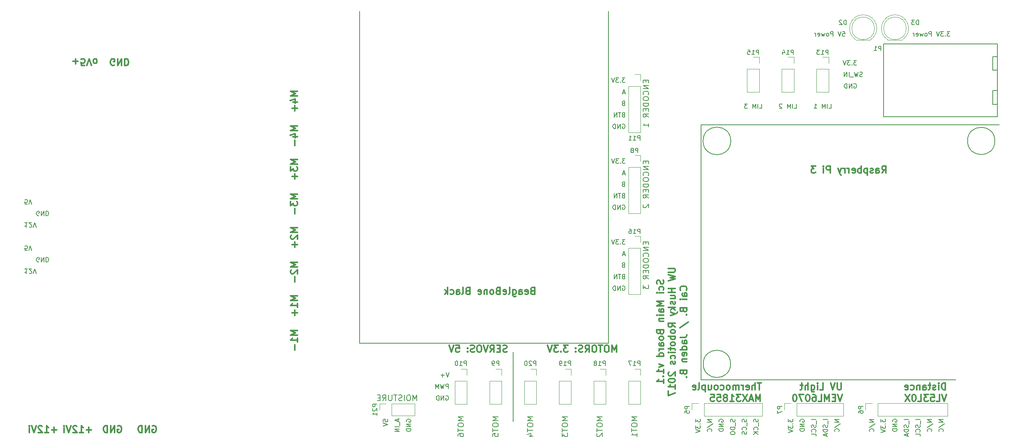
<source format=gbr>
G04 #@! TF.FileFunction,Legend,Bot*
%FSLAX46Y46*%
G04 Gerber Fmt 4.6, Leading zero omitted, Abs format (unit mm)*
G04 Created by KiCad (PCBNEW 4.0.3-stable) date 05/06/17 11:59:30*
%MOMM*%
%LPD*%
G01*
G04 APERTURE LIST*
%ADD10C,0.100000*%
%ADD11C,0.300000*%
%ADD12C,0.200000*%
%ADD13C,0.150000*%
%ADD14C,0.120000*%
G04 APERTURE END LIST*
D10*
D11*
X169389285Y-120058571D02*
X169389285Y-118558571D01*
X168889285Y-119630000D01*
X168389285Y-118558571D01*
X168389285Y-120058571D01*
X167389285Y-118558571D02*
X167103571Y-118558571D01*
X166960713Y-118630000D01*
X166817856Y-118772857D01*
X166746428Y-119058571D01*
X166746428Y-119558571D01*
X166817856Y-119844286D01*
X166960713Y-119987143D01*
X167103571Y-120058571D01*
X167389285Y-120058571D01*
X167532142Y-119987143D01*
X167674999Y-119844286D01*
X167746428Y-119558571D01*
X167746428Y-119058571D01*
X167674999Y-118772857D01*
X167532142Y-118630000D01*
X167389285Y-118558571D01*
X166317856Y-118558571D02*
X165460713Y-118558571D01*
X165889284Y-120058571D02*
X165889284Y-118558571D01*
X164674999Y-118558571D02*
X164389285Y-118558571D01*
X164246427Y-118630000D01*
X164103570Y-118772857D01*
X164032142Y-119058571D01*
X164032142Y-119558571D01*
X164103570Y-119844286D01*
X164246427Y-119987143D01*
X164389285Y-120058571D01*
X164674999Y-120058571D01*
X164817856Y-119987143D01*
X164960713Y-119844286D01*
X165032142Y-119558571D01*
X165032142Y-119058571D01*
X164960713Y-118772857D01*
X164817856Y-118630000D01*
X164674999Y-118558571D01*
X162532141Y-120058571D02*
X163032141Y-119344286D01*
X163389284Y-120058571D02*
X163389284Y-118558571D01*
X162817856Y-118558571D01*
X162674998Y-118630000D01*
X162603570Y-118701429D01*
X162532141Y-118844286D01*
X162532141Y-119058571D01*
X162603570Y-119201429D01*
X162674998Y-119272857D01*
X162817856Y-119344286D01*
X163389284Y-119344286D01*
X161960713Y-119987143D02*
X161746427Y-120058571D01*
X161389284Y-120058571D01*
X161246427Y-119987143D01*
X161174998Y-119915714D01*
X161103570Y-119772857D01*
X161103570Y-119630000D01*
X161174998Y-119487143D01*
X161246427Y-119415714D01*
X161389284Y-119344286D01*
X161674998Y-119272857D01*
X161817856Y-119201429D01*
X161889284Y-119130000D01*
X161960713Y-118987143D01*
X161960713Y-118844286D01*
X161889284Y-118701429D01*
X161817856Y-118630000D01*
X161674998Y-118558571D01*
X161317856Y-118558571D01*
X161103570Y-118630000D01*
X160460713Y-119915714D02*
X160389285Y-119987143D01*
X160460713Y-120058571D01*
X160532142Y-119987143D01*
X160460713Y-119915714D01*
X160460713Y-120058571D01*
X160460713Y-119130000D02*
X160389285Y-119201429D01*
X160460713Y-119272857D01*
X160532142Y-119201429D01*
X160460713Y-119130000D01*
X160460713Y-119272857D01*
X158746427Y-118558571D02*
X157817856Y-118558571D01*
X158317856Y-119130000D01*
X158103570Y-119130000D01*
X157960713Y-119201429D01*
X157889284Y-119272857D01*
X157817856Y-119415714D01*
X157817856Y-119772857D01*
X157889284Y-119915714D01*
X157960713Y-119987143D01*
X158103570Y-120058571D01*
X158532142Y-120058571D01*
X158674999Y-119987143D01*
X158746427Y-119915714D01*
X157174999Y-119915714D02*
X157103571Y-119987143D01*
X157174999Y-120058571D01*
X157246428Y-119987143D01*
X157174999Y-119915714D01*
X157174999Y-120058571D01*
X156603570Y-118558571D02*
X155674999Y-118558571D01*
X156174999Y-119130000D01*
X155960713Y-119130000D01*
X155817856Y-119201429D01*
X155746427Y-119272857D01*
X155674999Y-119415714D01*
X155674999Y-119772857D01*
X155746427Y-119915714D01*
X155817856Y-119987143D01*
X155960713Y-120058571D01*
X156389285Y-120058571D01*
X156532142Y-119987143D01*
X156603570Y-119915714D01*
X155246428Y-118558571D02*
X154746428Y-120058571D01*
X154246428Y-118558571D01*
X145350714Y-119987143D02*
X145136428Y-120058571D01*
X144779285Y-120058571D01*
X144636428Y-119987143D01*
X144564999Y-119915714D01*
X144493571Y-119772857D01*
X144493571Y-119630000D01*
X144564999Y-119487143D01*
X144636428Y-119415714D01*
X144779285Y-119344286D01*
X145064999Y-119272857D01*
X145207857Y-119201429D01*
X145279285Y-119130000D01*
X145350714Y-118987143D01*
X145350714Y-118844286D01*
X145279285Y-118701429D01*
X145207857Y-118630000D01*
X145064999Y-118558571D01*
X144707857Y-118558571D01*
X144493571Y-118630000D01*
X143850714Y-119272857D02*
X143350714Y-119272857D01*
X143136428Y-120058571D02*
X143850714Y-120058571D01*
X143850714Y-118558571D01*
X143136428Y-118558571D01*
X141636428Y-120058571D02*
X142136428Y-119344286D01*
X142493571Y-120058571D02*
X142493571Y-118558571D01*
X141922143Y-118558571D01*
X141779285Y-118630000D01*
X141707857Y-118701429D01*
X141636428Y-118844286D01*
X141636428Y-119058571D01*
X141707857Y-119201429D01*
X141779285Y-119272857D01*
X141922143Y-119344286D01*
X142493571Y-119344286D01*
X141207857Y-118558571D02*
X140707857Y-120058571D01*
X140207857Y-118558571D01*
X139422143Y-118558571D02*
X139136429Y-118558571D01*
X138993571Y-118630000D01*
X138850714Y-118772857D01*
X138779286Y-119058571D01*
X138779286Y-119558571D01*
X138850714Y-119844286D01*
X138993571Y-119987143D01*
X139136429Y-120058571D01*
X139422143Y-120058571D01*
X139565000Y-119987143D01*
X139707857Y-119844286D01*
X139779286Y-119558571D01*
X139779286Y-119058571D01*
X139707857Y-118772857D01*
X139565000Y-118630000D01*
X139422143Y-118558571D01*
X138207857Y-119987143D02*
X137993571Y-120058571D01*
X137636428Y-120058571D01*
X137493571Y-119987143D01*
X137422142Y-119915714D01*
X137350714Y-119772857D01*
X137350714Y-119630000D01*
X137422142Y-119487143D01*
X137493571Y-119415714D01*
X137636428Y-119344286D01*
X137922142Y-119272857D01*
X138065000Y-119201429D01*
X138136428Y-119130000D01*
X138207857Y-118987143D01*
X138207857Y-118844286D01*
X138136428Y-118701429D01*
X138065000Y-118630000D01*
X137922142Y-118558571D01*
X137565000Y-118558571D01*
X137350714Y-118630000D01*
X136707857Y-119915714D02*
X136636429Y-119987143D01*
X136707857Y-120058571D01*
X136779286Y-119987143D01*
X136707857Y-119915714D01*
X136707857Y-120058571D01*
X136707857Y-119130000D02*
X136636429Y-119201429D01*
X136707857Y-119272857D01*
X136779286Y-119201429D01*
X136707857Y-119130000D01*
X136707857Y-119272857D01*
X134136428Y-118558571D02*
X134850714Y-118558571D01*
X134922143Y-119272857D01*
X134850714Y-119201429D01*
X134707857Y-119130000D01*
X134350714Y-119130000D01*
X134207857Y-119201429D01*
X134136428Y-119272857D01*
X134065000Y-119415714D01*
X134065000Y-119772857D01*
X134136428Y-119915714D01*
X134207857Y-119987143D01*
X134350714Y-120058571D01*
X134707857Y-120058571D01*
X134850714Y-119987143D01*
X134922143Y-119915714D01*
X133636429Y-118558571D02*
X133136429Y-120058571D01*
X132636429Y-118558571D01*
D12*
X146685000Y-120015000D02*
X146685000Y-135255000D01*
X135820476Y-134282619D02*
X134570476Y-134282619D01*
X135463333Y-134699286D01*
X134570476Y-135115952D01*
X135820476Y-135115952D01*
X134570476Y-135949285D02*
X134570476Y-136187381D01*
X134630000Y-136306428D01*
X134749048Y-136425476D01*
X134987143Y-136485000D01*
X135403810Y-136485000D01*
X135641905Y-136425476D01*
X135760952Y-136306428D01*
X135820476Y-136187381D01*
X135820476Y-135949285D01*
X135760952Y-135830238D01*
X135641905Y-135711190D01*
X135403810Y-135651666D01*
X134987143Y-135651666D01*
X134749048Y-135711190D01*
X134630000Y-135830238D01*
X134570476Y-135949285D01*
X134570476Y-136842143D02*
X134570476Y-137556428D01*
X135820476Y-137199285D02*
X134570476Y-137199285D01*
X134570476Y-138508809D02*
X134570476Y-138270714D01*
X134630000Y-138151666D01*
X134689524Y-138092143D01*
X134868095Y-137973095D01*
X135106190Y-137913571D01*
X135582381Y-137913571D01*
X135701429Y-137973095D01*
X135760952Y-138032619D01*
X135820476Y-138151666D01*
X135820476Y-138389762D01*
X135760952Y-138508809D01*
X135701429Y-138568333D01*
X135582381Y-138627857D01*
X135284762Y-138627857D01*
X135165714Y-138568333D01*
X135106190Y-138508809D01*
X135046667Y-138389762D01*
X135046667Y-138151666D01*
X135106190Y-138032619D01*
X135165714Y-137973095D01*
X135284762Y-137913571D01*
X143440476Y-134282619D02*
X142190476Y-134282619D01*
X143083333Y-134699286D01*
X142190476Y-135115952D01*
X143440476Y-135115952D01*
X142190476Y-135949285D02*
X142190476Y-136187381D01*
X142250000Y-136306428D01*
X142369048Y-136425476D01*
X142607143Y-136485000D01*
X143023810Y-136485000D01*
X143261905Y-136425476D01*
X143380952Y-136306428D01*
X143440476Y-136187381D01*
X143440476Y-135949285D01*
X143380952Y-135830238D01*
X143261905Y-135711190D01*
X143023810Y-135651666D01*
X142607143Y-135651666D01*
X142369048Y-135711190D01*
X142250000Y-135830238D01*
X142190476Y-135949285D01*
X142190476Y-136842143D02*
X142190476Y-137556428D01*
X143440476Y-137199285D02*
X142190476Y-137199285D01*
X142190476Y-138568333D02*
X142190476Y-137973095D01*
X142785714Y-137913571D01*
X142726190Y-137973095D01*
X142666667Y-138092143D01*
X142666667Y-138389762D01*
X142726190Y-138508809D01*
X142785714Y-138568333D01*
X142904762Y-138627857D01*
X143202381Y-138627857D01*
X143321429Y-138568333D01*
X143380952Y-138508809D01*
X143440476Y-138389762D01*
X143440476Y-138092143D01*
X143380952Y-137973095D01*
X143321429Y-137913571D01*
X113030000Y-55880000D02*
X113030000Y-45085000D01*
X115570000Y-118110000D02*
X113030000Y-118110000D01*
D13*
X218995714Y-49617381D02*
X219471905Y-49617381D01*
X219519524Y-50093571D01*
X219471905Y-50045952D01*
X219376667Y-49998333D01*
X219138571Y-49998333D01*
X219043333Y-50045952D01*
X218995714Y-50093571D01*
X218948095Y-50188810D01*
X218948095Y-50426905D01*
X218995714Y-50522143D01*
X219043333Y-50569762D01*
X219138571Y-50617381D01*
X219376667Y-50617381D01*
X219471905Y-50569762D01*
X219519524Y-50522143D01*
X218662381Y-49617381D02*
X218329048Y-50617381D01*
X217995714Y-49617381D01*
X216900476Y-50617381D02*
X216900476Y-49617381D01*
X216519523Y-49617381D01*
X216424285Y-49665000D01*
X216376666Y-49712619D01*
X216329047Y-49807857D01*
X216329047Y-49950714D01*
X216376666Y-50045952D01*
X216424285Y-50093571D01*
X216519523Y-50141190D01*
X216900476Y-50141190D01*
X215757619Y-50617381D02*
X215852857Y-50569762D01*
X215900476Y-50522143D01*
X215948095Y-50426905D01*
X215948095Y-50141190D01*
X215900476Y-50045952D01*
X215852857Y-49998333D01*
X215757619Y-49950714D01*
X215614761Y-49950714D01*
X215519523Y-49998333D01*
X215471904Y-50045952D01*
X215424285Y-50141190D01*
X215424285Y-50426905D01*
X215471904Y-50522143D01*
X215519523Y-50569762D01*
X215614761Y-50617381D01*
X215757619Y-50617381D01*
X215090952Y-49950714D02*
X214900476Y-50617381D01*
X214709999Y-50141190D01*
X214519523Y-50617381D01*
X214329047Y-49950714D01*
X213567142Y-50569762D02*
X213662380Y-50617381D01*
X213852857Y-50617381D01*
X213948095Y-50569762D01*
X213995714Y-50474524D01*
X213995714Y-50093571D01*
X213948095Y-49998333D01*
X213852857Y-49950714D01*
X213662380Y-49950714D01*
X213567142Y-49998333D01*
X213519523Y-50093571D01*
X213519523Y-50188810D01*
X213995714Y-50284048D01*
X213090952Y-50617381D02*
X213090952Y-49950714D01*
X213090952Y-50141190D02*
X213043333Y-50045952D01*
X212995714Y-49998333D01*
X212900476Y-49950714D01*
X212805237Y-49950714D01*
X242600715Y-49617381D02*
X241981667Y-49617381D01*
X242315001Y-49998333D01*
X242172143Y-49998333D01*
X242076905Y-50045952D01*
X242029286Y-50093571D01*
X241981667Y-50188810D01*
X241981667Y-50426905D01*
X242029286Y-50522143D01*
X242076905Y-50569762D01*
X242172143Y-50617381D01*
X242457858Y-50617381D01*
X242553096Y-50569762D01*
X242600715Y-50522143D01*
X241553096Y-50522143D02*
X241505477Y-50569762D01*
X241553096Y-50617381D01*
X241600715Y-50569762D01*
X241553096Y-50522143D01*
X241553096Y-50617381D01*
X241172144Y-49617381D02*
X240553096Y-49617381D01*
X240886430Y-49998333D01*
X240743572Y-49998333D01*
X240648334Y-50045952D01*
X240600715Y-50093571D01*
X240553096Y-50188810D01*
X240553096Y-50426905D01*
X240600715Y-50522143D01*
X240648334Y-50569762D01*
X240743572Y-50617381D01*
X241029287Y-50617381D01*
X241124525Y-50569762D01*
X241172144Y-50522143D01*
X240267382Y-49617381D02*
X239934049Y-50617381D01*
X239600715Y-49617381D01*
X238505477Y-50617381D02*
X238505477Y-49617381D01*
X238124524Y-49617381D01*
X238029286Y-49665000D01*
X237981667Y-49712619D01*
X237934048Y-49807857D01*
X237934048Y-49950714D01*
X237981667Y-50045952D01*
X238029286Y-50093571D01*
X238124524Y-50141190D01*
X238505477Y-50141190D01*
X237362620Y-50617381D02*
X237457858Y-50569762D01*
X237505477Y-50522143D01*
X237553096Y-50426905D01*
X237553096Y-50141190D01*
X237505477Y-50045952D01*
X237457858Y-49998333D01*
X237362620Y-49950714D01*
X237219762Y-49950714D01*
X237124524Y-49998333D01*
X237076905Y-50045952D01*
X237029286Y-50141190D01*
X237029286Y-50426905D01*
X237076905Y-50522143D01*
X237124524Y-50569762D01*
X237219762Y-50617381D01*
X237362620Y-50617381D01*
X236695953Y-49950714D02*
X236505477Y-50617381D01*
X236315000Y-50141190D01*
X236124524Y-50617381D01*
X235934048Y-49950714D01*
X235172143Y-50569762D02*
X235267381Y-50617381D01*
X235457858Y-50617381D01*
X235553096Y-50569762D01*
X235600715Y-50474524D01*
X235600715Y-50093571D01*
X235553096Y-49998333D01*
X235457858Y-49950714D01*
X235267381Y-49950714D01*
X235172143Y-49998333D01*
X235124524Y-50093571D01*
X235124524Y-50188810D01*
X235600715Y-50284048D01*
X234695953Y-50617381D02*
X234695953Y-49950714D01*
X234695953Y-50141190D02*
X234648334Y-50045952D01*
X234600715Y-49998333D01*
X234505477Y-49950714D01*
X234410238Y-49950714D01*
D11*
X227630713Y-80688571D02*
X228130713Y-79974286D01*
X228487856Y-80688571D02*
X228487856Y-79188571D01*
X227916428Y-79188571D01*
X227773570Y-79260000D01*
X227702142Y-79331429D01*
X227630713Y-79474286D01*
X227630713Y-79688571D01*
X227702142Y-79831429D01*
X227773570Y-79902857D01*
X227916428Y-79974286D01*
X228487856Y-79974286D01*
X226344999Y-80688571D02*
X226344999Y-79902857D01*
X226416428Y-79760000D01*
X226559285Y-79688571D01*
X226844999Y-79688571D01*
X226987856Y-79760000D01*
X226344999Y-80617143D02*
X226487856Y-80688571D01*
X226844999Y-80688571D01*
X226987856Y-80617143D01*
X227059285Y-80474286D01*
X227059285Y-80331429D01*
X226987856Y-80188571D01*
X226844999Y-80117143D01*
X226487856Y-80117143D01*
X226344999Y-80045714D01*
X225702142Y-80617143D02*
X225559285Y-80688571D01*
X225273570Y-80688571D01*
X225130713Y-80617143D01*
X225059285Y-80474286D01*
X225059285Y-80402857D01*
X225130713Y-80260000D01*
X225273570Y-80188571D01*
X225487856Y-80188571D01*
X225630713Y-80117143D01*
X225702142Y-79974286D01*
X225702142Y-79902857D01*
X225630713Y-79760000D01*
X225487856Y-79688571D01*
X225273570Y-79688571D01*
X225130713Y-79760000D01*
X224416427Y-79688571D02*
X224416427Y-81188571D01*
X224416427Y-79760000D02*
X224273570Y-79688571D01*
X223987856Y-79688571D01*
X223844999Y-79760000D01*
X223773570Y-79831429D01*
X223702141Y-79974286D01*
X223702141Y-80402857D01*
X223773570Y-80545714D01*
X223844999Y-80617143D01*
X223987856Y-80688571D01*
X224273570Y-80688571D01*
X224416427Y-80617143D01*
X223059284Y-80688571D02*
X223059284Y-79188571D01*
X223059284Y-79760000D02*
X222916427Y-79688571D01*
X222630713Y-79688571D01*
X222487856Y-79760000D01*
X222416427Y-79831429D01*
X222344998Y-79974286D01*
X222344998Y-80402857D01*
X222416427Y-80545714D01*
X222487856Y-80617143D01*
X222630713Y-80688571D01*
X222916427Y-80688571D01*
X223059284Y-80617143D01*
X221130713Y-80617143D02*
X221273570Y-80688571D01*
X221559284Y-80688571D01*
X221702141Y-80617143D01*
X221773570Y-80474286D01*
X221773570Y-79902857D01*
X221702141Y-79760000D01*
X221559284Y-79688571D01*
X221273570Y-79688571D01*
X221130713Y-79760000D01*
X221059284Y-79902857D01*
X221059284Y-80045714D01*
X221773570Y-80188571D01*
X220416427Y-80688571D02*
X220416427Y-79688571D01*
X220416427Y-79974286D02*
X220344999Y-79831429D01*
X220273570Y-79760000D01*
X220130713Y-79688571D01*
X219987856Y-79688571D01*
X219487856Y-80688571D02*
X219487856Y-79688571D01*
X219487856Y-79974286D02*
X219416428Y-79831429D01*
X219344999Y-79760000D01*
X219202142Y-79688571D01*
X219059285Y-79688571D01*
X218702142Y-79688571D02*
X218344999Y-80688571D01*
X217987857Y-79688571D02*
X218344999Y-80688571D01*
X218487857Y-81045714D01*
X218559285Y-81117143D01*
X218702142Y-81188571D01*
X216273571Y-80688571D02*
X216273571Y-79188571D01*
X215702143Y-79188571D01*
X215559285Y-79260000D01*
X215487857Y-79331429D01*
X215416428Y-79474286D01*
X215416428Y-79688571D01*
X215487857Y-79831429D01*
X215559285Y-79902857D01*
X215702143Y-79974286D01*
X216273571Y-79974286D01*
X214773571Y-80688571D02*
X214773571Y-79688571D01*
X214773571Y-79188571D02*
X214845000Y-79260000D01*
X214773571Y-79331429D01*
X214702143Y-79260000D01*
X214773571Y-79188571D01*
X214773571Y-79331429D01*
X213059285Y-79188571D02*
X212130714Y-79188571D01*
X212630714Y-79760000D01*
X212416428Y-79760000D01*
X212273571Y-79831429D01*
X212202142Y-79902857D01*
X212130714Y-80045714D01*
X212130714Y-80402857D01*
X212202142Y-80545714D01*
X212273571Y-80617143D01*
X212416428Y-80688571D01*
X212845000Y-80688571D01*
X212987857Y-80617143D01*
X213059285Y-80545714D01*
X150926428Y-106572857D02*
X150712142Y-106644286D01*
X150640714Y-106715714D01*
X150569285Y-106858571D01*
X150569285Y-107072857D01*
X150640714Y-107215714D01*
X150712142Y-107287143D01*
X150855000Y-107358571D01*
X151426428Y-107358571D01*
X151426428Y-105858571D01*
X150926428Y-105858571D01*
X150783571Y-105930000D01*
X150712142Y-106001429D01*
X150640714Y-106144286D01*
X150640714Y-106287143D01*
X150712142Y-106430000D01*
X150783571Y-106501429D01*
X150926428Y-106572857D01*
X151426428Y-106572857D01*
X149355000Y-107287143D02*
X149497857Y-107358571D01*
X149783571Y-107358571D01*
X149926428Y-107287143D01*
X149997857Y-107144286D01*
X149997857Y-106572857D01*
X149926428Y-106430000D01*
X149783571Y-106358571D01*
X149497857Y-106358571D01*
X149355000Y-106430000D01*
X149283571Y-106572857D01*
X149283571Y-106715714D01*
X149997857Y-106858571D01*
X147997857Y-107358571D02*
X147997857Y-106572857D01*
X148069286Y-106430000D01*
X148212143Y-106358571D01*
X148497857Y-106358571D01*
X148640714Y-106430000D01*
X147997857Y-107287143D02*
X148140714Y-107358571D01*
X148497857Y-107358571D01*
X148640714Y-107287143D01*
X148712143Y-107144286D01*
X148712143Y-107001429D01*
X148640714Y-106858571D01*
X148497857Y-106787143D01*
X148140714Y-106787143D01*
X147997857Y-106715714D01*
X146640714Y-106358571D02*
X146640714Y-107572857D01*
X146712143Y-107715714D01*
X146783571Y-107787143D01*
X146926428Y-107858571D01*
X147140714Y-107858571D01*
X147283571Y-107787143D01*
X146640714Y-107287143D02*
X146783571Y-107358571D01*
X147069285Y-107358571D01*
X147212143Y-107287143D01*
X147283571Y-107215714D01*
X147355000Y-107072857D01*
X147355000Y-106644286D01*
X147283571Y-106501429D01*
X147212143Y-106430000D01*
X147069285Y-106358571D01*
X146783571Y-106358571D01*
X146640714Y-106430000D01*
X145712142Y-107358571D02*
X145855000Y-107287143D01*
X145926428Y-107144286D01*
X145926428Y-105858571D01*
X144569286Y-107287143D02*
X144712143Y-107358571D01*
X144997857Y-107358571D01*
X145140714Y-107287143D01*
X145212143Y-107144286D01*
X145212143Y-106572857D01*
X145140714Y-106430000D01*
X144997857Y-106358571D01*
X144712143Y-106358571D01*
X144569286Y-106430000D01*
X144497857Y-106572857D01*
X144497857Y-106715714D01*
X145212143Y-106858571D01*
X143355000Y-106572857D02*
X143140714Y-106644286D01*
X143069286Y-106715714D01*
X142997857Y-106858571D01*
X142997857Y-107072857D01*
X143069286Y-107215714D01*
X143140714Y-107287143D01*
X143283572Y-107358571D01*
X143855000Y-107358571D01*
X143855000Y-105858571D01*
X143355000Y-105858571D01*
X143212143Y-105930000D01*
X143140714Y-106001429D01*
X143069286Y-106144286D01*
X143069286Y-106287143D01*
X143140714Y-106430000D01*
X143212143Y-106501429D01*
X143355000Y-106572857D01*
X143855000Y-106572857D01*
X142140714Y-107358571D02*
X142283572Y-107287143D01*
X142355000Y-107215714D01*
X142426429Y-107072857D01*
X142426429Y-106644286D01*
X142355000Y-106501429D01*
X142283572Y-106430000D01*
X142140714Y-106358571D01*
X141926429Y-106358571D01*
X141783572Y-106430000D01*
X141712143Y-106501429D01*
X141640714Y-106644286D01*
X141640714Y-107072857D01*
X141712143Y-107215714D01*
X141783572Y-107287143D01*
X141926429Y-107358571D01*
X142140714Y-107358571D01*
X140997857Y-106358571D02*
X140997857Y-107358571D01*
X140997857Y-106501429D02*
X140926429Y-106430000D01*
X140783571Y-106358571D01*
X140569286Y-106358571D01*
X140426429Y-106430000D01*
X140355000Y-106572857D01*
X140355000Y-107358571D01*
X139069286Y-107287143D02*
X139212143Y-107358571D01*
X139497857Y-107358571D01*
X139640714Y-107287143D01*
X139712143Y-107144286D01*
X139712143Y-106572857D01*
X139640714Y-106430000D01*
X139497857Y-106358571D01*
X139212143Y-106358571D01*
X139069286Y-106430000D01*
X138997857Y-106572857D01*
X138997857Y-106715714D01*
X139712143Y-106858571D01*
X136712143Y-106572857D02*
X136497857Y-106644286D01*
X136426429Y-106715714D01*
X136355000Y-106858571D01*
X136355000Y-107072857D01*
X136426429Y-107215714D01*
X136497857Y-107287143D01*
X136640715Y-107358571D01*
X137212143Y-107358571D01*
X137212143Y-105858571D01*
X136712143Y-105858571D01*
X136569286Y-105930000D01*
X136497857Y-106001429D01*
X136426429Y-106144286D01*
X136426429Y-106287143D01*
X136497857Y-106430000D01*
X136569286Y-106501429D01*
X136712143Y-106572857D01*
X137212143Y-106572857D01*
X135497857Y-107358571D02*
X135640715Y-107287143D01*
X135712143Y-107144286D01*
X135712143Y-105858571D01*
X134283572Y-107358571D02*
X134283572Y-106572857D01*
X134355001Y-106430000D01*
X134497858Y-106358571D01*
X134783572Y-106358571D01*
X134926429Y-106430000D01*
X134283572Y-107287143D02*
X134426429Y-107358571D01*
X134783572Y-107358571D01*
X134926429Y-107287143D01*
X134997858Y-107144286D01*
X134997858Y-107001429D01*
X134926429Y-106858571D01*
X134783572Y-106787143D01*
X134426429Y-106787143D01*
X134283572Y-106715714D01*
X132926429Y-107287143D02*
X133069286Y-107358571D01*
X133355000Y-107358571D01*
X133497858Y-107287143D01*
X133569286Y-107215714D01*
X133640715Y-107072857D01*
X133640715Y-106644286D01*
X133569286Y-106501429D01*
X133497858Y-106430000D01*
X133355000Y-106358571D01*
X133069286Y-106358571D01*
X132926429Y-106430000D01*
X132283572Y-107358571D02*
X132283572Y-105858571D01*
X132140715Y-106787143D02*
X131712144Y-107358571D01*
X131712144Y-106358571D02*
X132283572Y-106930000D01*
X179667143Y-104248572D02*
X179738571Y-104462858D01*
X179738571Y-104820001D01*
X179667143Y-104962858D01*
X179595714Y-105034287D01*
X179452857Y-105105715D01*
X179310000Y-105105715D01*
X179167143Y-105034287D01*
X179095714Y-104962858D01*
X179024286Y-104820001D01*
X178952857Y-104534287D01*
X178881429Y-104391429D01*
X178810000Y-104320001D01*
X178667143Y-104248572D01*
X178524286Y-104248572D01*
X178381429Y-104320001D01*
X178310000Y-104391429D01*
X178238571Y-104534287D01*
X178238571Y-104891429D01*
X178310000Y-105105715D01*
X179667143Y-106391429D02*
X179738571Y-106248572D01*
X179738571Y-105962858D01*
X179667143Y-105820000D01*
X179595714Y-105748572D01*
X179452857Y-105677143D01*
X179024286Y-105677143D01*
X178881429Y-105748572D01*
X178810000Y-105820000D01*
X178738571Y-105962858D01*
X178738571Y-106248572D01*
X178810000Y-106391429D01*
X179738571Y-107034286D02*
X178738571Y-107034286D01*
X178238571Y-107034286D02*
X178310000Y-106962857D01*
X178381429Y-107034286D01*
X178310000Y-107105714D01*
X178238571Y-107034286D01*
X178381429Y-107034286D01*
X179738571Y-108891429D02*
X178238571Y-108891429D01*
X179310000Y-109391429D01*
X178238571Y-109891429D01*
X179738571Y-109891429D01*
X179738571Y-111248572D02*
X178952857Y-111248572D01*
X178810000Y-111177143D01*
X178738571Y-111034286D01*
X178738571Y-110748572D01*
X178810000Y-110605715D01*
X179667143Y-111248572D02*
X179738571Y-111105715D01*
X179738571Y-110748572D01*
X179667143Y-110605715D01*
X179524286Y-110534286D01*
X179381429Y-110534286D01*
X179238571Y-110605715D01*
X179167143Y-110748572D01*
X179167143Y-111105715D01*
X179095714Y-111248572D01*
X179738571Y-111962858D02*
X178738571Y-111962858D01*
X178238571Y-111962858D02*
X178310000Y-111891429D01*
X178381429Y-111962858D01*
X178310000Y-112034286D01*
X178238571Y-111962858D01*
X178381429Y-111962858D01*
X178738571Y-112677144D02*
X179738571Y-112677144D01*
X178881429Y-112677144D02*
X178810000Y-112748572D01*
X178738571Y-112891430D01*
X178738571Y-113105715D01*
X178810000Y-113248572D01*
X178952857Y-113320001D01*
X179738571Y-113320001D01*
X178952857Y-115677144D02*
X179024286Y-115891430D01*
X179095714Y-115962858D01*
X179238571Y-116034287D01*
X179452857Y-116034287D01*
X179595714Y-115962858D01*
X179667143Y-115891430D01*
X179738571Y-115748572D01*
X179738571Y-115177144D01*
X178238571Y-115177144D01*
X178238571Y-115677144D01*
X178310000Y-115820001D01*
X178381429Y-115891430D01*
X178524286Y-115962858D01*
X178667143Y-115962858D01*
X178810000Y-115891430D01*
X178881429Y-115820001D01*
X178952857Y-115677144D01*
X178952857Y-115177144D01*
X179738571Y-116891430D02*
X179667143Y-116748572D01*
X179595714Y-116677144D01*
X179452857Y-116605715D01*
X179024286Y-116605715D01*
X178881429Y-116677144D01*
X178810000Y-116748572D01*
X178738571Y-116891430D01*
X178738571Y-117105715D01*
X178810000Y-117248572D01*
X178881429Y-117320001D01*
X179024286Y-117391430D01*
X179452857Y-117391430D01*
X179595714Y-117320001D01*
X179667143Y-117248572D01*
X179738571Y-117105715D01*
X179738571Y-116891430D01*
X179738571Y-118677144D02*
X178952857Y-118677144D01*
X178810000Y-118605715D01*
X178738571Y-118462858D01*
X178738571Y-118177144D01*
X178810000Y-118034287D01*
X179667143Y-118677144D02*
X179738571Y-118534287D01*
X179738571Y-118177144D01*
X179667143Y-118034287D01*
X179524286Y-117962858D01*
X179381429Y-117962858D01*
X179238571Y-118034287D01*
X179167143Y-118177144D01*
X179167143Y-118534287D01*
X179095714Y-118677144D01*
X179738571Y-119391430D02*
X178738571Y-119391430D01*
X179024286Y-119391430D02*
X178881429Y-119462858D01*
X178810000Y-119534287D01*
X178738571Y-119677144D01*
X178738571Y-119820001D01*
X179738571Y-120962858D02*
X178238571Y-120962858D01*
X179667143Y-120962858D02*
X179738571Y-120820001D01*
X179738571Y-120534287D01*
X179667143Y-120391429D01*
X179595714Y-120320001D01*
X179452857Y-120248572D01*
X179024286Y-120248572D01*
X178881429Y-120320001D01*
X178810000Y-120391429D01*
X178738571Y-120534287D01*
X178738571Y-120820001D01*
X178810000Y-120962858D01*
X178738571Y-122677144D02*
X179738571Y-123034287D01*
X178738571Y-123391429D01*
X179738571Y-124748572D02*
X179738571Y-123891429D01*
X179738571Y-124320001D02*
X178238571Y-124320001D01*
X178452857Y-124177144D01*
X178595714Y-124034286D01*
X178667143Y-123891429D01*
X179595714Y-125391429D02*
X179667143Y-125462857D01*
X179738571Y-125391429D01*
X179667143Y-125320000D01*
X179595714Y-125391429D01*
X179738571Y-125391429D01*
X179738571Y-126891429D02*
X179738571Y-126034286D01*
X179738571Y-126462858D02*
X178238571Y-126462858D01*
X178452857Y-126320001D01*
X178595714Y-126177143D01*
X178667143Y-126034286D01*
X180788571Y-101641429D02*
X182002857Y-101641429D01*
X182145714Y-101712857D01*
X182217143Y-101784286D01*
X182288571Y-101927143D01*
X182288571Y-102212857D01*
X182217143Y-102355715D01*
X182145714Y-102427143D01*
X182002857Y-102498572D01*
X180788571Y-102498572D01*
X180788571Y-103070001D02*
X182288571Y-103427144D01*
X181217143Y-103712858D01*
X182288571Y-103998572D01*
X180788571Y-104355715D01*
X182288571Y-106070001D02*
X180788571Y-106070001D01*
X181502857Y-106070001D02*
X181502857Y-106927144D01*
X182288571Y-106927144D02*
X180788571Y-106927144D01*
X181288571Y-108284287D02*
X182288571Y-108284287D01*
X181288571Y-107641430D02*
X182074286Y-107641430D01*
X182217143Y-107712858D01*
X182288571Y-107855716D01*
X182288571Y-108070001D01*
X182217143Y-108212858D01*
X182145714Y-108284287D01*
X182217143Y-108927144D02*
X182288571Y-109070001D01*
X182288571Y-109355716D01*
X182217143Y-109498573D01*
X182074286Y-109570001D01*
X182002857Y-109570001D01*
X181860000Y-109498573D01*
X181788571Y-109355716D01*
X181788571Y-109141430D01*
X181717143Y-108998573D01*
X181574286Y-108927144D01*
X181502857Y-108927144D01*
X181360000Y-108998573D01*
X181288571Y-109141430D01*
X181288571Y-109355716D01*
X181360000Y-109498573D01*
X182288571Y-110212859D02*
X180788571Y-110212859D01*
X181717143Y-110355716D02*
X182288571Y-110784287D01*
X181288571Y-110784287D02*
X181860000Y-110212859D01*
X181288571Y-111284288D02*
X182288571Y-111641431D01*
X181288571Y-111998573D02*
X182288571Y-111641431D01*
X182645714Y-111498573D01*
X182717143Y-111427145D01*
X182788571Y-111284288D01*
X182288571Y-114570002D02*
X181574286Y-114070002D01*
X182288571Y-113712859D02*
X180788571Y-113712859D01*
X180788571Y-114284287D01*
X180860000Y-114427145D01*
X180931429Y-114498573D01*
X181074286Y-114570002D01*
X181288571Y-114570002D01*
X181431429Y-114498573D01*
X181502857Y-114427145D01*
X181574286Y-114284287D01*
X181574286Y-113712859D01*
X182288571Y-115427145D02*
X182217143Y-115284287D01*
X182145714Y-115212859D01*
X182002857Y-115141430D01*
X181574286Y-115141430D01*
X181431429Y-115212859D01*
X181360000Y-115284287D01*
X181288571Y-115427145D01*
X181288571Y-115641430D01*
X181360000Y-115784287D01*
X181431429Y-115855716D01*
X181574286Y-115927145D01*
X182002857Y-115927145D01*
X182145714Y-115855716D01*
X182217143Y-115784287D01*
X182288571Y-115641430D01*
X182288571Y-115427145D01*
X182288571Y-116570002D02*
X180788571Y-116570002D01*
X181360000Y-116570002D02*
X181288571Y-116712859D01*
X181288571Y-116998573D01*
X181360000Y-117141430D01*
X181431429Y-117212859D01*
X181574286Y-117284288D01*
X182002857Y-117284288D01*
X182145714Y-117212859D01*
X182217143Y-117141430D01*
X182288571Y-116998573D01*
X182288571Y-116712859D01*
X182217143Y-116570002D01*
X182288571Y-118141431D02*
X182217143Y-117998573D01*
X182145714Y-117927145D01*
X182002857Y-117855716D01*
X181574286Y-117855716D01*
X181431429Y-117927145D01*
X181360000Y-117998573D01*
X181288571Y-118141431D01*
X181288571Y-118355716D01*
X181360000Y-118498573D01*
X181431429Y-118570002D01*
X181574286Y-118641431D01*
X182002857Y-118641431D01*
X182145714Y-118570002D01*
X182217143Y-118498573D01*
X182288571Y-118355716D01*
X182288571Y-118141431D01*
X181288571Y-119070002D02*
X181288571Y-119641431D01*
X180788571Y-119284288D02*
X182074286Y-119284288D01*
X182217143Y-119355716D01*
X182288571Y-119498574D01*
X182288571Y-119641431D01*
X182288571Y-120141431D02*
X181288571Y-120141431D01*
X180788571Y-120141431D02*
X180860000Y-120070002D01*
X180931429Y-120141431D01*
X180860000Y-120212859D01*
X180788571Y-120141431D01*
X180931429Y-120141431D01*
X182217143Y-121498574D02*
X182288571Y-121355717D01*
X182288571Y-121070003D01*
X182217143Y-120927145D01*
X182145714Y-120855717D01*
X182002857Y-120784288D01*
X181574286Y-120784288D01*
X181431429Y-120855717D01*
X181360000Y-120927145D01*
X181288571Y-121070003D01*
X181288571Y-121355717D01*
X181360000Y-121498574D01*
X182217143Y-122070002D02*
X182288571Y-122212859D01*
X182288571Y-122498574D01*
X182217143Y-122641431D01*
X182074286Y-122712859D01*
X182002857Y-122712859D01*
X181860000Y-122641431D01*
X181788571Y-122498574D01*
X181788571Y-122284288D01*
X181717143Y-122141431D01*
X181574286Y-122070002D01*
X181502857Y-122070002D01*
X181360000Y-122141431D01*
X181288571Y-122284288D01*
X181288571Y-122498574D01*
X181360000Y-122641431D01*
X180931429Y-124427145D02*
X180860000Y-124498574D01*
X180788571Y-124641431D01*
X180788571Y-124998574D01*
X180860000Y-125141431D01*
X180931429Y-125212860D01*
X181074286Y-125284288D01*
X181217143Y-125284288D01*
X181431429Y-125212860D01*
X182288571Y-124355717D01*
X182288571Y-125284288D01*
X180788571Y-126212859D02*
X180788571Y-126355716D01*
X180860000Y-126498573D01*
X180931429Y-126570002D01*
X181074286Y-126641431D01*
X181360000Y-126712859D01*
X181717143Y-126712859D01*
X182002857Y-126641431D01*
X182145714Y-126570002D01*
X182217143Y-126498573D01*
X182288571Y-126355716D01*
X182288571Y-126212859D01*
X182217143Y-126070002D01*
X182145714Y-125998573D01*
X182002857Y-125927145D01*
X181717143Y-125855716D01*
X181360000Y-125855716D01*
X181074286Y-125927145D01*
X180931429Y-125998573D01*
X180860000Y-126070002D01*
X180788571Y-126212859D01*
X182288571Y-128141430D02*
X182288571Y-127284287D01*
X182288571Y-127712859D02*
X180788571Y-127712859D01*
X181002857Y-127570002D01*
X181145714Y-127427144D01*
X181217143Y-127284287D01*
X180788571Y-128641430D02*
X180788571Y-129641430D01*
X182288571Y-128998573D01*
X184695714Y-106462857D02*
X184767143Y-106391428D01*
X184838571Y-106177142D01*
X184838571Y-106034285D01*
X184767143Y-105820000D01*
X184624286Y-105677142D01*
X184481429Y-105605714D01*
X184195714Y-105534285D01*
X183981429Y-105534285D01*
X183695714Y-105605714D01*
X183552857Y-105677142D01*
X183410000Y-105820000D01*
X183338571Y-106034285D01*
X183338571Y-106177142D01*
X183410000Y-106391428D01*
X183481429Y-106462857D01*
X184838571Y-107748571D02*
X184052857Y-107748571D01*
X183910000Y-107677142D01*
X183838571Y-107534285D01*
X183838571Y-107248571D01*
X183910000Y-107105714D01*
X184767143Y-107748571D02*
X184838571Y-107605714D01*
X184838571Y-107248571D01*
X184767143Y-107105714D01*
X184624286Y-107034285D01*
X184481429Y-107034285D01*
X184338571Y-107105714D01*
X184267143Y-107248571D01*
X184267143Y-107605714D01*
X184195714Y-107748571D01*
X184838571Y-108462857D02*
X183838571Y-108462857D01*
X183338571Y-108462857D02*
X183410000Y-108391428D01*
X183481429Y-108462857D01*
X183410000Y-108534285D01*
X183338571Y-108462857D01*
X183481429Y-108462857D01*
X184052857Y-110820000D02*
X184124286Y-111034286D01*
X184195714Y-111105714D01*
X184338571Y-111177143D01*
X184552857Y-111177143D01*
X184695714Y-111105714D01*
X184767143Y-111034286D01*
X184838571Y-110891428D01*
X184838571Y-110320000D01*
X183338571Y-110320000D01*
X183338571Y-110820000D01*
X183410000Y-110962857D01*
X183481429Y-111034286D01*
X183624286Y-111105714D01*
X183767143Y-111105714D01*
X183910000Y-111034286D01*
X183981429Y-110962857D01*
X184052857Y-110820000D01*
X184052857Y-110320000D01*
X184695714Y-111820000D02*
X184767143Y-111891428D01*
X184838571Y-111820000D01*
X184767143Y-111748571D01*
X184695714Y-111820000D01*
X184838571Y-111820000D01*
X183267143Y-114748571D02*
X185195714Y-113462857D01*
X183338571Y-116820000D02*
X184410000Y-116820000D01*
X184624286Y-116748572D01*
X184767143Y-116605715D01*
X184838571Y-116391429D01*
X184838571Y-116248572D01*
X184838571Y-118177143D02*
X184052857Y-118177143D01*
X183910000Y-118105714D01*
X183838571Y-117962857D01*
X183838571Y-117677143D01*
X183910000Y-117534286D01*
X184767143Y-118177143D02*
X184838571Y-118034286D01*
X184838571Y-117677143D01*
X184767143Y-117534286D01*
X184624286Y-117462857D01*
X184481429Y-117462857D01*
X184338571Y-117534286D01*
X184267143Y-117677143D01*
X184267143Y-118034286D01*
X184195714Y-118177143D01*
X184838571Y-119534286D02*
X183338571Y-119534286D01*
X184767143Y-119534286D02*
X184838571Y-119391429D01*
X184838571Y-119105715D01*
X184767143Y-118962857D01*
X184695714Y-118891429D01*
X184552857Y-118820000D01*
X184124286Y-118820000D01*
X183981429Y-118891429D01*
X183910000Y-118962857D01*
X183838571Y-119105715D01*
X183838571Y-119391429D01*
X183910000Y-119534286D01*
X184767143Y-120820000D02*
X184838571Y-120677143D01*
X184838571Y-120391429D01*
X184767143Y-120248572D01*
X184624286Y-120177143D01*
X184052857Y-120177143D01*
X183910000Y-120248572D01*
X183838571Y-120391429D01*
X183838571Y-120677143D01*
X183910000Y-120820000D01*
X184052857Y-120891429D01*
X184195714Y-120891429D01*
X184338571Y-120177143D01*
X183838571Y-121534286D02*
X184838571Y-121534286D01*
X183981429Y-121534286D02*
X183910000Y-121605714D01*
X183838571Y-121748572D01*
X183838571Y-121962857D01*
X183910000Y-122105714D01*
X184052857Y-122177143D01*
X184838571Y-122177143D01*
X184052857Y-124534286D02*
X184124286Y-124748572D01*
X184195714Y-124820000D01*
X184338571Y-124891429D01*
X184552857Y-124891429D01*
X184695714Y-124820000D01*
X184767143Y-124748572D01*
X184838571Y-124605714D01*
X184838571Y-124034286D01*
X183338571Y-124034286D01*
X183338571Y-124534286D01*
X183410000Y-124677143D01*
X183481429Y-124748572D01*
X183624286Y-124820000D01*
X183767143Y-124820000D01*
X183910000Y-124748572D01*
X183981429Y-124677143D01*
X184052857Y-124534286D01*
X184052857Y-124034286D01*
X184695714Y-125534286D02*
X184767143Y-125605714D01*
X184838571Y-125534286D01*
X184767143Y-125462857D01*
X184695714Y-125534286D01*
X184838571Y-125534286D01*
D13*
X221488095Y-61095000D02*
X221583333Y-61047381D01*
X221726190Y-61047381D01*
X221869048Y-61095000D01*
X221964286Y-61190238D01*
X222011905Y-61285476D01*
X222059524Y-61475952D01*
X222059524Y-61618810D01*
X222011905Y-61809286D01*
X221964286Y-61904524D01*
X221869048Y-61999762D01*
X221726190Y-62047381D01*
X221630952Y-62047381D01*
X221488095Y-61999762D01*
X221440476Y-61952143D01*
X221440476Y-61618810D01*
X221630952Y-61618810D01*
X221011905Y-62047381D02*
X221011905Y-61047381D01*
X220440476Y-62047381D01*
X220440476Y-61047381D01*
X219964286Y-62047381D02*
X219964286Y-61047381D01*
X219726191Y-61047381D01*
X219583333Y-61095000D01*
X219488095Y-61190238D01*
X219440476Y-61285476D01*
X219392857Y-61475952D01*
X219392857Y-61618810D01*
X219440476Y-61809286D01*
X219488095Y-61904524D01*
X219583333Y-61999762D01*
X219726191Y-62047381D01*
X219964286Y-62047381D01*
X223329524Y-59459762D02*
X223186667Y-59507381D01*
X222948571Y-59507381D01*
X222853333Y-59459762D01*
X222805714Y-59412143D01*
X222758095Y-59316905D01*
X222758095Y-59221667D01*
X222805714Y-59126429D01*
X222853333Y-59078810D01*
X222948571Y-59031190D01*
X223139048Y-58983571D01*
X223234286Y-58935952D01*
X223281905Y-58888333D01*
X223329524Y-58793095D01*
X223329524Y-58697857D01*
X223281905Y-58602619D01*
X223234286Y-58555000D01*
X223139048Y-58507381D01*
X222900952Y-58507381D01*
X222758095Y-58555000D01*
X222424762Y-58507381D02*
X222186667Y-59507381D01*
X221996190Y-58793095D01*
X221805714Y-59507381D01*
X221567619Y-58507381D01*
X221424762Y-59602619D02*
X220662857Y-59602619D01*
X220424762Y-59507381D02*
X220424762Y-58507381D01*
X219948572Y-59507381D02*
X219948572Y-58507381D01*
X219377143Y-59507381D01*
X219377143Y-58507381D01*
X222107143Y-55967381D02*
X221488095Y-55967381D01*
X221821429Y-56348333D01*
X221678571Y-56348333D01*
X221583333Y-56395952D01*
X221535714Y-56443571D01*
X221488095Y-56538810D01*
X221488095Y-56776905D01*
X221535714Y-56872143D01*
X221583333Y-56919762D01*
X221678571Y-56967381D01*
X221964286Y-56967381D01*
X222059524Y-56919762D01*
X222107143Y-56872143D01*
X221059524Y-56872143D02*
X221011905Y-56919762D01*
X221059524Y-56967381D01*
X221107143Y-56919762D01*
X221059524Y-56872143D01*
X221059524Y-56967381D01*
X220678572Y-55967381D02*
X220059524Y-55967381D01*
X220392858Y-56348333D01*
X220250000Y-56348333D01*
X220154762Y-56395952D01*
X220107143Y-56443571D01*
X220059524Y-56538810D01*
X220059524Y-56776905D01*
X220107143Y-56872143D01*
X220154762Y-56919762D01*
X220250000Y-56967381D01*
X220535715Y-56967381D01*
X220630953Y-56919762D01*
X220678572Y-56872143D01*
X219773810Y-55967381D02*
X219440477Y-56967381D01*
X219107143Y-55967381D01*
X241117381Y-134858095D02*
X240117381Y-134858095D01*
X241117381Y-135429524D01*
X240117381Y-135429524D01*
X240069762Y-136620000D02*
X241355476Y-135762857D01*
X241022143Y-137524762D02*
X241069762Y-137477143D01*
X241117381Y-137334286D01*
X241117381Y-137239048D01*
X241069762Y-137096190D01*
X240974524Y-137000952D01*
X240879286Y-136953333D01*
X240688810Y-136905714D01*
X240545952Y-136905714D01*
X240355476Y-136953333D01*
X240260238Y-137000952D01*
X240165000Y-137096190D01*
X240117381Y-137239048D01*
X240117381Y-137334286D01*
X240165000Y-137477143D01*
X240212619Y-137524762D01*
X238577381Y-134858095D02*
X237577381Y-134858095D01*
X238577381Y-135429524D01*
X237577381Y-135429524D01*
X237529762Y-136620000D02*
X238815476Y-135762857D01*
X238482143Y-137524762D02*
X238529762Y-137477143D01*
X238577381Y-137334286D01*
X238577381Y-137239048D01*
X238529762Y-137096190D01*
X238434524Y-137000952D01*
X238339286Y-136953333D01*
X238148810Y-136905714D01*
X238005952Y-136905714D01*
X237815476Y-136953333D01*
X237720238Y-137000952D01*
X237625000Y-137096190D01*
X237577381Y-137239048D01*
X237577381Y-137334286D01*
X237625000Y-137477143D01*
X237672619Y-137524762D01*
X236037381Y-134858095D02*
X235037381Y-134858095D01*
X236132619Y-135096190D02*
X236132619Y-135858095D01*
X235989762Y-136048571D02*
X236037381Y-136191428D01*
X236037381Y-136429524D01*
X235989762Y-136524762D01*
X235942143Y-136572381D01*
X235846905Y-136620000D01*
X235751667Y-136620000D01*
X235656429Y-136572381D01*
X235608810Y-136524762D01*
X235561190Y-136429524D01*
X235513571Y-136239047D01*
X235465952Y-136143809D01*
X235418333Y-136096190D01*
X235323095Y-136048571D01*
X235227857Y-136048571D01*
X235132619Y-136096190D01*
X235085000Y-136143809D01*
X235037381Y-136239047D01*
X235037381Y-136477143D01*
X235085000Y-136620000D01*
X235942143Y-137620000D02*
X235989762Y-137572381D01*
X236037381Y-137429524D01*
X236037381Y-137334286D01*
X235989762Y-137191428D01*
X235894524Y-137096190D01*
X235799286Y-137048571D01*
X235608810Y-137000952D01*
X235465952Y-137000952D01*
X235275476Y-137048571D01*
X235180238Y-137096190D01*
X235085000Y-137191428D01*
X235037381Y-137334286D01*
X235037381Y-137429524D01*
X235085000Y-137572381D01*
X235132619Y-137620000D01*
X236037381Y-138524762D02*
X236037381Y-138048571D01*
X235037381Y-138048571D01*
X233497381Y-134858095D02*
X232497381Y-134858095D01*
X233592619Y-135096190D02*
X233592619Y-135858095D01*
X233449762Y-136048571D02*
X233497381Y-136191428D01*
X233497381Y-136429524D01*
X233449762Y-136524762D01*
X233402143Y-136572381D01*
X233306905Y-136620000D01*
X233211667Y-136620000D01*
X233116429Y-136572381D01*
X233068810Y-136524762D01*
X233021190Y-136429524D01*
X232973571Y-136239047D01*
X232925952Y-136143809D01*
X232878333Y-136096190D01*
X232783095Y-136048571D01*
X232687857Y-136048571D01*
X232592619Y-136096190D01*
X232545000Y-136143809D01*
X232497381Y-136239047D01*
X232497381Y-136477143D01*
X232545000Y-136620000D01*
X233497381Y-137048571D02*
X232497381Y-137048571D01*
X232497381Y-137286666D01*
X232545000Y-137429524D01*
X232640238Y-137524762D01*
X232735476Y-137572381D01*
X232925952Y-137620000D01*
X233068810Y-137620000D01*
X233259286Y-137572381D01*
X233354524Y-137524762D01*
X233449762Y-137429524D01*
X233497381Y-137286666D01*
X233497381Y-137048571D01*
X233211667Y-138000952D02*
X233211667Y-138477143D01*
X233497381Y-137905714D02*
X232497381Y-138239047D01*
X233497381Y-138572381D01*
X230005000Y-135381905D02*
X229957381Y-135286667D01*
X229957381Y-135143810D01*
X230005000Y-135000952D01*
X230100238Y-134905714D01*
X230195476Y-134858095D01*
X230385952Y-134810476D01*
X230528810Y-134810476D01*
X230719286Y-134858095D01*
X230814524Y-134905714D01*
X230909762Y-135000952D01*
X230957381Y-135143810D01*
X230957381Y-135239048D01*
X230909762Y-135381905D01*
X230862143Y-135429524D01*
X230528810Y-135429524D01*
X230528810Y-135239048D01*
X230957381Y-135858095D02*
X229957381Y-135858095D01*
X230957381Y-136429524D01*
X229957381Y-136429524D01*
X230957381Y-136905714D02*
X229957381Y-136905714D01*
X229957381Y-137143809D01*
X230005000Y-137286667D01*
X230100238Y-137381905D01*
X230195476Y-137429524D01*
X230385952Y-137477143D01*
X230528810Y-137477143D01*
X230719286Y-137429524D01*
X230814524Y-137381905D01*
X230909762Y-137286667D01*
X230957381Y-137143809D01*
X230957381Y-136905714D01*
X227417381Y-134762857D02*
X227417381Y-135381905D01*
X227798333Y-135048571D01*
X227798333Y-135191429D01*
X227845952Y-135286667D01*
X227893571Y-135334286D01*
X227988810Y-135381905D01*
X228226905Y-135381905D01*
X228322143Y-135334286D01*
X228369762Y-135286667D01*
X228417381Y-135191429D01*
X228417381Y-134905714D01*
X228369762Y-134810476D01*
X228322143Y-134762857D01*
X228322143Y-135810476D02*
X228369762Y-135858095D01*
X228417381Y-135810476D01*
X228369762Y-135762857D01*
X228322143Y-135810476D01*
X228417381Y-135810476D01*
X227417381Y-136191428D02*
X227417381Y-136810476D01*
X227798333Y-136477142D01*
X227798333Y-136620000D01*
X227845952Y-136715238D01*
X227893571Y-136762857D01*
X227988810Y-136810476D01*
X228226905Y-136810476D01*
X228322143Y-136762857D01*
X228369762Y-136715238D01*
X228417381Y-136620000D01*
X228417381Y-136334285D01*
X228369762Y-136239047D01*
X228322143Y-136191428D01*
X227417381Y-137096190D02*
X228417381Y-137429523D01*
X227417381Y-137762857D01*
X225877381Y-134858095D02*
X224877381Y-134858095D01*
X225877381Y-135429524D01*
X224877381Y-135429524D01*
X224829762Y-136620000D02*
X226115476Y-135762857D01*
X225782143Y-137524762D02*
X225829762Y-137477143D01*
X225877381Y-137334286D01*
X225877381Y-137239048D01*
X225829762Y-137096190D01*
X225734524Y-137000952D01*
X225639286Y-136953333D01*
X225448810Y-136905714D01*
X225305952Y-136905714D01*
X225115476Y-136953333D01*
X225020238Y-137000952D01*
X224925000Y-137096190D01*
X224877381Y-137239048D01*
X224877381Y-137334286D01*
X224925000Y-137477143D01*
X224972619Y-137524762D01*
X218257381Y-134858095D02*
X217257381Y-134858095D01*
X218257381Y-135429524D01*
X217257381Y-135429524D01*
X217209762Y-136620000D02*
X218495476Y-135762857D01*
X218162143Y-137524762D02*
X218209762Y-137477143D01*
X218257381Y-137334286D01*
X218257381Y-137239048D01*
X218209762Y-137096190D01*
X218114524Y-137000952D01*
X218019286Y-136953333D01*
X217828810Y-136905714D01*
X217685952Y-136905714D01*
X217495476Y-136953333D01*
X217400238Y-137000952D01*
X217305000Y-137096190D01*
X217257381Y-137239048D01*
X217257381Y-137334286D01*
X217305000Y-137477143D01*
X217352619Y-137524762D01*
X215717381Y-134858095D02*
X214717381Y-134858095D01*
X215812619Y-135096190D02*
X215812619Y-135858095D01*
X215669762Y-136048571D02*
X215717381Y-136191428D01*
X215717381Y-136429524D01*
X215669762Y-136524762D01*
X215622143Y-136572381D01*
X215526905Y-136620000D01*
X215431667Y-136620000D01*
X215336429Y-136572381D01*
X215288810Y-136524762D01*
X215241190Y-136429524D01*
X215193571Y-136239047D01*
X215145952Y-136143809D01*
X215098333Y-136096190D01*
X215003095Y-136048571D01*
X214907857Y-136048571D01*
X214812619Y-136096190D01*
X214765000Y-136143809D01*
X214717381Y-136239047D01*
X214717381Y-136477143D01*
X214765000Y-136620000D01*
X215717381Y-137048571D02*
X214717381Y-137048571D01*
X214717381Y-137286666D01*
X214765000Y-137429524D01*
X214860238Y-137524762D01*
X214955476Y-137572381D01*
X215145952Y-137620000D01*
X215288810Y-137620000D01*
X215479286Y-137572381D01*
X215574524Y-137524762D01*
X215669762Y-137429524D01*
X215717381Y-137286666D01*
X215717381Y-137048571D01*
X215431667Y-138000952D02*
X215431667Y-138477143D01*
X215717381Y-137905714D02*
X214717381Y-138239047D01*
X215717381Y-138572381D01*
X213177381Y-134858095D02*
X212177381Y-134858095D01*
X213272619Y-135096190D02*
X213272619Y-135858095D01*
X213129762Y-136048571D02*
X213177381Y-136191428D01*
X213177381Y-136429524D01*
X213129762Y-136524762D01*
X213082143Y-136572381D01*
X212986905Y-136620000D01*
X212891667Y-136620000D01*
X212796429Y-136572381D01*
X212748810Y-136524762D01*
X212701190Y-136429524D01*
X212653571Y-136239047D01*
X212605952Y-136143809D01*
X212558333Y-136096190D01*
X212463095Y-136048571D01*
X212367857Y-136048571D01*
X212272619Y-136096190D01*
X212225000Y-136143809D01*
X212177381Y-136239047D01*
X212177381Y-136477143D01*
X212225000Y-136620000D01*
X213082143Y-137620000D02*
X213129762Y-137572381D01*
X213177381Y-137429524D01*
X213177381Y-137334286D01*
X213129762Y-137191428D01*
X213034524Y-137096190D01*
X212939286Y-137048571D01*
X212748810Y-137000952D01*
X212605952Y-137000952D01*
X212415476Y-137048571D01*
X212320238Y-137096190D01*
X212225000Y-137191428D01*
X212177381Y-137334286D01*
X212177381Y-137429524D01*
X212225000Y-137572381D01*
X212272619Y-137620000D01*
X213177381Y-138524762D02*
X213177381Y-138048571D01*
X212177381Y-138048571D01*
X209685000Y-135381905D02*
X209637381Y-135286667D01*
X209637381Y-135143810D01*
X209685000Y-135000952D01*
X209780238Y-134905714D01*
X209875476Y-134858095D01*
X210065952Y-134810476D01*
X210208810Y-134810476D01*
X210399286Y-134858095D01*
X210494524Y-134905714D01*
X210589762Y-135000952D01*
X210637381Y-135143810D01*
X210637381Y-135239048D01*
X210589762Y-135381905D01*
X210542143Y-135429524D01*
X210208810Y-135429524D01*
X210208810Y-135239048D01*
X210637381Y-135858095D02*
X209637381Y-135858095D01*
X210637381Y-136429524D01*
X209637381Y-136429524D01*
X210637381Y-136905714D02*
X209637381Y-136905714D01*
X209637381Y-137143809D01*
X209685000Y-137286667D01*
X209780238Y-137381905D01*
X209875476Y-137429524D01*
X210065952Y-137477143D01*
X210208810Y-137477143D01*
X210399286Y-137429524D01*
X210494524Y-137381905D01*
X210589762Y-137286667D01*
X210637381Y-137143809D01*
X210637381Y-136905714D01*
X207097381Y-134762857D02*
X207097381Y-135381905D01*
X207478333Y-135048571D01*
X207478333Y-135191429D01*
X207525952Y-135286667D01*
X207573571Y-135334286D01*
X207668810Y-135381905D01*
X207906905Y-135381905D01*
X208002143Y-135334286D01*
X208049762Y-135286667D01*
X208097381Y-135191429D01*
X208097381Y-134905714D01*
X208049762Y-134810476D01*
X208002143Y-134762857D01*
X208002143Y-135810476D02*
X208049762Y-135858095D01*
X208097381Y-135810476D01*
X208049762Y-135762857D01*
X208002143Y-135810476D01*
X208097381Y-135810476D01*
X207097381Y-136191428D02*
X207097381Y-136810476D01*
X207478333Y-136477142D01*
X207478333Y-136620000D01*
X207525952Y-136715238D01*
X207573571Y-136762857D01*
X207668810Y-136810476D01*
X207906905Y-136810476D01*
X208002143Y-136762857D01*
X208049762Y-136715238D01*
X208097381Y-136620000D01*
X208097381Y-136334285D01*
X208049762Y-136239047D01*
X208002143Y-136191428D01*
X207097381Y-137096190D02*
X208097381Y-137429523D01*
X207097381Y-137762857D01*
X200429762Y-134810476D02*
X200477381Y-134953333D01*
X200477381Y-135191429D01*
X200429762Y-135286667D01*
X200382143Y-135334286D01*
X200286905Y-135381905D01*
X200191667Y-135381905D01*
X200096429Y-135334286D01*
X200048810Y-135286667D01*
X200001190Y-135191429D01*
X199953571Y-135000952D01*
X199905952Y-134905714D01*
X199858333Y-134858095D01*
X199763095Y-134810476D01*
X199667857Y-134810476D01*
X199572619Y-134858095D01*
X199525000Y-134905714D01*
X199477381Y-135000952D01*
X199477381Y-135239048D01*
X199525000Y-135381905D01*
X200572619Y-135572381D02*
X200572619Y-136334286D01*
X200382143Y-137143810D02*
X200429762Y-137096191D01*
X200477381Y-136953334D01*
X200477381Y-136858096D01*
X200429762Y-136715238D01*
X200334524Y-136620000D01*
X200239286Y-136572381D01*
X200048810Y-136524762D01*
X199905952Y-136524762D01*
X199715476Y-136572381D01*
X199620238Y-136620000D01*
X199525000Y-136715238D01*
X199477381Y-136858096D01*
X199477381Y-136953334D01*
X199525000Y-137096191D01*
X199572619Y-137143810D01*
X200477381Y-137572381D02*
X199477381Y-137572381D01*
X200477381Y-138143810D02*
X199905952Y-137715238D01*
X199477381Y-138143810D02*
X200048810Y-137572381D01*
X197889762Y-134810476D02*
X197937381Y-134953333D01*
X197937381Y-135191429D01*
X197889762Y-135286667D01*
X197842143Y-135334286D01*
X197746905Y-135381905D01*
X197651667Y-135381905D01*
X197556429Y-135334286D01*
X197508810Y-135286667D01*
X197461190Y-135191429D01*
X197413571Y-135000952D01*
X197365952Y-134905714D01*
X197318333Y-134858095D01*
X197223095Y-134810476D01*
X197127857Y-134810476D01*
X197032619Y-134858095D01*
X196985000Y-134905714D01*
X196937381Y-135000952D01*
X196937381Y-135239048D01*
X196985000Y-135381905D01*
X198032619Y-135572381D02*
X198032619Y-136334286D01*
X197842143Y-137143810D02*
X197889762Y-137096191D01*
X197937381Y-136953334D01*
X197937381Y-136858096D01*
X197889762Y-136715238D01*
X197794524Y-136620000D01*
X197699286Y-136572381D01*
X197508810Y-136524762D01*
X197365952Y-136524762D01*
X197175476Y-136572381D01*
X197080238Y-136620000D01*
X196985000Y-136715238D01*
X196937381Y-136858096D01*
X196937381Y-136953334D01*
X196985000Y-137096191D01*
X197032619Y-137143810D01*
X197889762Y-137524762D02*
X197937381Y-137667619D01*
X197937381Y-137905715D01*
X197889762Y-138000953D01*
X197842143Y-138048572D01*
X197746905Y-138096191D01*
X197651667Y-138096191D01*
X197556429Y-138048572D01*
X197508810Y-138000953D01*
X197461190Y-137905715D01*
X197413571Y-137715238D01*
X197365952Y-137620000D01*
X197318333Y-137572381D01*
X197223095Y-137524762D01*
X197127857Y-137524762D01*
X197032619Y-137572381D01*
X196985000Y-137620000D01*
X196937381Y-137715238D01*
X196937381Y-137953334D01*
X196985000Y-138096191D01*
X195349762Y-134810476D02*
X195397381Y-134953333D01*
X195397381Y-135191429D01*
X195349762Y-135286667D01*
X195302143Y-135334286D01*
X195206905Y-135381905D01*
X195111667Y-135381905D01*
X195016429Y-135334286D01*
X194968810Y-135286667D01*
X194921190Y-135191429D01*
X194873571Y-135000952D01*
X194825952Y-134905714D01*
X194778333Y-134858095D01*
X194683095Y-134810476D01*
X194587857Y-134810476D01*
X194492619Y-134858095D01*
X194445000Y-134905714D01*
X194397381Y-135000952D01*
X194397381Y-135239048D01*
X194445000Y-135381905D01*
X195492619Y-135572381D02*
X195492619Y-136334286D01*
X195397381Y-136572381D02*
X194397381Y-136572381D01*
X194397381Y-136810476D01*
X194445000Y-136953334D01*
X194540238Y-137048572D01*
X194635476Y-137096191D01*
X194825952Y-137143810D01*
X194968810Y-137143810D01*
X195159286Y-137096191D01*
X195254524Y-137048572D01*
X195349762Y-136953334D01*
X195397381Y-136810476D01*
X195397381Y-136572381D01*
X194397381Y-137762857D02*
X194397381Y-137953334D01*
X194445000Y-138048572D01*
X194540238Y-138143810D01*
X194730714Y-138191429D01*
X195064048Y-138191429D01*
X195254524Y-138143810D01*
X195349762Y-138048572D01*
X195397381Y-137953334D01*
X195397381Y-137762857D01*
X195349762Y-137667619D01*
X195254524Y-137572381D01*
X195064048Y-137524762D01*
X194730714Y-137524762D01*
X194540238Y-137572381D01*
X194445000Y-137667619D01*
X194397381Y-137762857D01*
X191905000Y-135381905D02*
X191857381Y-135286667D01*
X191857381Y-135143810D01*
X191905000Y-135000952D01*
X192000238Y-134905714D01*
X192095476Y-134858095D01*
X192285952Y-134810476D01*
X192428810Y-134810476D01*
X192619286Y-134858095D01*
X192714524Y-134905714D01*
X192809762Y-135000952D01*
X192857381Y-135143810D01*
X192857381Y-135239048D01*
X192809762Y-135381905D01*
X192762143Y-135429524D01*
X192428810Y-135429524D01*
X192428810Y-135239048D01*
X192857381Y-135858095D02*
X191857381Y-135858095D01*
X192857381Y-136429524D01*
X191857381Y-136429524D01*
X192857381Y-136905714D02*
X191857381Y-136905714D01*
X191857381Y-137143809D01*
X191905000Y-137286667D01*
X192000238Y-137381905D01*
X192095476Y-137429524D01*
X192285952Y-137477143D01*
X192428810Y-137477143D01*
X192619286Y-137429524D01*
X192714524Y-137381905D01*
X192809762Y-137286667D01*
X192857381Y-137143809D01*
X192857381Y-136905714D01*
X190317381Y-134858095D02*
X189317381Y-134858095D01*
X190317381Y-135429524D01*
X189317381Y-135429524D01*
X189269762Y-136620000D02*
X190555476Y-135762857D01*
X190222143Y-137524762D02*
X190269762Y-137477143D01*
X190317381Y-137334286D01*
X190317381Y-137239048D01*
X190269762Y-137096190D01*
X190174524Y-137000952D01*
X190079286Y-136953333D01*
X189888810Y-136905714D01*
X189745952Y-136905714D01*
X189555476Y-136953333D01*
X189460238Y-137000952D01*
X189365000Y-137096190D01*
X189317381Y-137239048D01*
X189317381Y-137334286D01*
X189365000Y-137477143D01*
X189412619Y-137524762D01*
X186777381Y-134762857D02*
X186777381Y-135381905D01*
X187158333Y-135048571D01*
X187158333Y-135191429D01*
X187205952Y-135286667D01*
X187253571Y-135334286D01*
X187348810Y-135381905D01*
X187586905Y-135381905D01*
X187682143Y-135334286D01*
X187729762Y-135286667D01*
X187777381Y-135191429D01*
X187777381Y-134905714D01*
X187729762Y-134810476D01*
X187682143Y-134762857D01*
X187682143Y-135810476D02*
X187729762Y-135858095D01*
X187777381Y-135810476D01*
X187729762Y-135762857D01*
X187682143Y-135810476D01*
X187777381Y-135810476D01*
X186777381Y-136191428D02*
X186777381Y-136810476D01*
X187158333Y-136477142D01*
X187158333Y-136620000D01*
X187205952Y-136715238D01*
X187253571Y-136762857D01*
X187348810Y-136810476D01*
X187586905Y-136810476D01*
X187682143Y-136762857D01*
X187729762Y-136715238D01*
X187777381Y-136620000D01*
X187777381Y-136334285D01*
X187729762Y-136239047D01*
X187682143Y-136191428D01*
X186777381Y-137096190D02*
X187777381Y-137429523D01*
X186777381Y-137762857D01*
D12*
X252425000Y-73640000D02*
G75*
G03X252425000Y-73640000I-3000000J0D01*
G01*
X194425000Y-122640000D02*
G75*
G03X194425000Y-122640000I-3000000J0D01*
G01*
X194466381Y-73640000D02*
G75*
G03X194466381Y-73640000I-3041381J0D01*
G01*
X187925000Y-126140000D02*
X187925000Y-70140000D01*
X243840000Y-126140000D02*
X187925000Y-126140000D01*
X187925000Y-70140000D02*
X253365000Y-70140000D01*
D13*
X121451667Y-134810476D02*
X121451667Y-135286667D01*
X121737381Y-134715238D02*
X120737381Y-135048571D01*
X121737381Y-135381905D01*
X121832619Y-135477143D02*
X121832619Y-136239048D01*
X121737381Y-136477143D02*
X120737381Y-136477143D01*
X121737381Y-136953333D02*
X120737381Y-136953333D01*
X121737381Y-137524762D01*
X120737381Y-137524762D01*
X118197381Y-135334286D02*
X118197381Y-134858095D01*
X118673571Y-134810476D01*
X118625952Y-134858095D01*
X118578333Y-134953333D01*
X118578333Y-135191429D01*
X118625952Y-135286667D01*
X118673571Y-135334286D01*
X118768810Y-135381905D01*
X119006905Y-135381905D01*
X119102143Y-135334286D01*
X119149762Y-135286667D01*
X119197381Y-135191429D01*
X119197381Y-134953333D01*
X119149762Y-134858095D01*
X119102143Y-134810476D01*
X118197381Y-135667619D02*
X119197381Y-136000952D01*
X118197381Y-136334286D01*
X123325000Y-135381905D02*
X123277381Y-135286667D01*
X123277381Y-135143810D01*
X123325000Y-135000952D01*
X123420238Y-134905714D01*
X123515476Y-134858095D01*
X123705952Y-134810476D01*
X123848810Y-134810476D01*
X124039286Y-134858095D01*
X124134524Y-134905714D01*
X124229762Y-135000952D01*
X124277381Y-135143810D01*
X124277381Y-135239048D01*
X124229762Y-135381905D01*
X124182143Y-135429524D01*
X123848810Y-135429524D01*
X123848810Y-135239048D01*
X124277381Y-135858095D02*
X123277381Y-135858095D01*
X124277381Y-136429524D01*
X123277381Y-136429524D01*
X124277381Y-136905714D02*
X123277381Y-136905714D01*
X123277381Y-137143809D01*
X123325000Y-137286667D01*
X123420238Y-137381905D01*
X123515476Y-137429524D01*
X123705952Y-137477143D01*
X123848810Y-137477143D01*
X124039286Y-137429524D01*
X124134524Y-137381905D01*
X124229762Y-137286667D01*
X124277381Y-137143809D01*
X124277381Y-136905714D01*
D12*
X125570714Y-130740476D02*
X125570714Y-129490476D01*
X125154047Y-130383333D01*
X124737381Y-129490476D01*
X124737381Y-130740476D01*
X123904048Y-129490476D02*
X123665952Y-129490476D01*
X123546905Y-129550000D01*
X123427857Y-129669048D01*
X123368333Y-129907143D01*
X123368333Y-130323810D01*
X123427857Y-130561905D01*
X123546905Y-130680952D01*
X123665952Y-130740476D01*
X123904048Y-130740476D01*
X124023095Y-130680952D01*
X124142143Y-130561905D01*
X124201667Y-130323810D01*
X124201667Y-129907143D01*
X124142143Y-129669048D01*
X124023095Y-129550000D01*
X123904048Y-129490476D01*
X122832619Y-130740476D02*
X122832619Y-129490476D01*
X122296905Y-130680952D02*
X122118333Y-130740476D01*
X121820714Y-130740476D01*
X121701667Y-130680952D01*
X121642143Y-130621429D01*
X121582619Y-130502381D01*
X121582619Y-130383333D01*
X121642143Y-130264286D01*
X121701667Y-130204762D01*
X121820714Y-130145238D01*
X122058810Y-130085714D01*
X122177857Y-130026190D01*
X122237381Y-129966667D01*
X122296905Y-129847619D01*
X122296905Y-129728571D01*
X122237381Y-129609524D01*
X122177857Y-129550000D01*
X122058810Y-129490476D01*
X121761190Y-129490476D01*
X121582619Y-129550000D01*
X121225476Y-129490476D02*
X120511191Y-129490476D01*
X120868334Y-130740476D02*
X120868334Y-129490476D01*
X120094524Y-129490476D02*
X120094524Y-130502381D01*
X120035000Y-130621429D01*
X119975476Y-130680952D01*
X119856429Y-130740476D01*
X119618333Y-130740476D01*
X119499286Y-130680952D01*
X119439762Y-130621429D01*
X119380238Y-130502381D01*
X119380238Y-129490476D01*
X118070714Y-130740476D02*
X118487381Y-130145238D01*
X118785000Y-130740476D02*
X118785000Y-129490476D01*
X118308809Y-129490476D01*
X118189762Y-129550000D01*
X118130238Y-129609524D01*
X118070714Y-129728571D01*
X118070714Y-129907143D01*
X118130238Y-130026190D01*
X118189762Y-130085714D01*
X118308809Y-130145238D01*
X118785000Y-130145238D01*
X117535000Y-130085714D02*
X117118333Y-130085714D01*
X116939762Y-130740476D02*
X117535000Y-130740476D01*
X117535000Y-129490476D01*
X116939762Y-129490476D01*
D13*
X171259524Y-98591667D02*
X170783333Y-98591667D01*
X171354762Y-98877381D02*
X171021429Y-97877381D01*
X170688095Y-98877381D01*
X171259524Y-80811667D02*
X170783333Y-80811667D01*
X171354762Y-81097381D02*
X171021429Y-80097381D01*
X170688095Y-81097381D01*
X170878571Y-100893571D02*
X170735714Y-100941190D01*
X170688095Y-100988810D01*
X170640476Y-101084048D01*
X170640476Y-101226905D01*
X170688095Y-101322143D01*
X170735714Y-101369762D01*
X170830952Y-101417381D01*
X171211905Y-101417381D01*
X171211905Y-100417381D01*
X170878571Y-100417381D01*
X170783333Y-100465000D01*
X170735714Y-100512619D01*
X170688095Y-100607857D01*
X170688095Y-100703095D01*
X170735714Y-100798333D01*
X170783333Y-100845952D01*
X170878571Y-100893571D01*
X171211905Y-100893571D01*
X170878571Y-83113571D02*
X170735714Y-83161190D01*
X170688095Y-83208810D01*
X170640476Y-83304048D01*
X170640476Y-83446905D01*
X170688095Y-83542143D01*
X170735714Y-83589762D01*
X170830952Y-83637381D01*
X171211905Y-83637381D01*
X171211905Y-82637381D01*
X170878571Y-82637381D01*
X170783333Y-82685000D01*
X170735714Y-82732619D01*
X170688095Y-82827857D01*
X170688095Y-82923095D01*
X170735714Y-83018333D01*
X170783333Y-83065952D01*
X170878571Y-83113571D01*
X171211905Y-83113571D01*
X170878571Y-103433571D02*
X170735714Y-103481190D01*
X170688095Y-103528810D01*
X170640476Y-103624048D01*
X170640476Y-103766905D01*
X170688095Y-103862143D01*
X170735714Y-103909762D01*
X170830952Y-103957381D01*
X171211905Y-103957381D01*
X171211905Y-102957381D01*
X170878571Y-102957381D01*
X170783333Y-103005000D01*
X170735714Y-103052619D01*
X170688095Y-103147857D01*
X170688095Y-103243095D01*
X170735714Y-103338333D01*
X170783333Y-103385952D01*
X170878571Y-103433571D01*
X171211905Y-103433571D01*
X170354762Y-102957381D02*
X169783333Y-102957381D01*
X170069048Y-103957381D02*
X170069048Y-102957381D01*
X169450000Y-103957381D02*
X169450000Y-102957381D01*
X168878571Y-103957381D01*
X168878571Y-102957381D01*
X170878571Y-85653571D02*
X170735714Y-85701190D01*
X170688095Y-85748810D01*
X170640476Y-85844048D01*
X170640476Y-85986905D01*
X170688095Y-86082143D01*
X170735714Y-86129762D01*
X170830952Y-86177381D01*
X171211905Y-86177381D01*
X171211905Y-85177381D01*
X170878571Y-85177381D01*
X170783333Y-85225000D01*
X170735714Y-85272619D01*
X170688095Y-85367857D01*
X170688095Y-85463095D01*
X170735714Y-85558333D01*
X170783333Y-85605952D01*
X170878571Y-85653571D01*
X171211905Y-85653571D01*
X170354762Y-85177381D02*
X169783333Y-85177381D01*
X170069048Y-86177381D02*
X170069048Y-85177381D01*
X169450000Y-86177381D02*
X169450000Y-85177381D01*
X168878571Y-86177381D01*
X168878571Y-85177381D01*
X170688095Y-105545000D02*
X170783333Y-105497381D01*
X170926190Y-105497381D01*
X171069048Y-105545000D01*
X171164286Y-105640238D01*
X171211905Y-105735476D01*
X171259524Y-105925952D01*
X171259524Y-106068810D01*
X171211905Y-106259286D01*
X171164286Y-106354524D01*
X171069048Y-106449762D01*
X170926190Y-106497381D01*
X170830952Y-106497381D01*
X170688095Y-106449762D01*
X170640476Y-106402143D01*
X170640476Y-106068810D01*
X170830952Y-106068810D01*
X170211905Y-106497381D02*
X170211905Y-105497381D01*
X169640476Y-106497381D01*
X169640476Y-105497381D01*
X169164286Y-106497381D02*
X169164286Y-105497381D01*
X168926191Y-105497381D01*
X168783333Y-105545000D01*
X168688095Y-105640238D01*
X168640476Y-105735476D01*
X168592857Y-105925952D01*
X168592857Y-106068810D01*
X168640476Y-106259286D01*
X168688095Y-106354524D01*
X168783333Y-106449762D01*
X168926191Y-106497381D01*
X169164286Y-106497381D01*
X170688095Y-87765000D02*
X170783333Y-87717381D01*
X170926190Y-87717381D01*
X171069048Y-87765000D01*
X171164286Y-87860238D01*
X171211905Y-87955476D01*
X171259524Y-88145952D01*
X171259524Y-88288810D01*
X171211905Y-88479286D01*
X171164286Y-88574524D01*
X171069048Y-88669762D01*
X170926190Y-88717381D01*
X170830952Y-88717381D01*
X170688095Y-88669762D01*
X170640476Y-88622143D01*
X170640476Y-88288810D01*
X170830952Y-88288810D01*
X170211905Y-88717381D02*
X170211905Y-87717381D01*
X169640476Y-88717381D01*
X169640476Y-87717381D01*
X169164286Y-88717381D02*
X169164286Y-87717381D01*
X168926191Y-87717381D01*
X168783333Y-87765000D01*
X168688095Y-87860238D01*
X168640476Y-87955476D01*
X168592857Y-88145952D01*
X168592857Y-88288810D01*
X168640476Y-88479286D01*
X168688095Y-88574524D01*
X168783333Y-88669762D01*
X168926191Y-88717381D01*
X169164286Y-88717381D01*
X171307143Y-95337381D02*
X170688095Y-95337381D01*
X171021429Y-95718333D01*
X170878571Y-95718333D01*
X170783333Y-95765952D01*
X170735714Y-95813571D01*
X170688095Y-95908810D01*
X170688095Y-96146905D01*
X170735714Y-96242143D01*
X170783333Y-96289762D01*
X170878571Y-96337381D01*
X171164286Y-96337381D01*
X171259524Y-96289762D01*
X171307143Y-96242143D01*
X170259524Y-96242143D02*
X170211905Y-96289762D01*
X170259524Y-96337381D01*
X170307143Y-96289762D01*
X170259524Y-96242143D01*
X170259524Y-96337381D01*
X169878572Y-95337381D02*
X169259524Y-95337381D01*
X169592858Y-95718333D01*
X169450000Y-95718333D01*
X169354762Y-95765952D01*
X169307143Y-95813571D01*
X169259524Y-95908810D01*
X169259524Y-96146905D01*
X169307143Y-96242143D01*
X169354762Y-96289762D01*
X169450000Y-96337381D01*
X169735715Y-96337381D01*
X169830953Y-96289762D01*
X169878572Y-96242143D01*
X168973810Y-95337381D02*
X168640477Y-96337381D01*
X168307143Y-95337381D01*
X171307143Y-77557381D02*
X170688095Y-77557381D01*
X171021429Y-77938333D01*
X170878571Y-77938333D01*
X170783333Y-77985952D01*
X170735714Y-78033571D01*
X170688095Y-78128810D01*
X170688095Y-78366905D01*
X170735714Y-78462143D01*
X170783333Y-78509762D01*
X170878571Y-78557381D01*
X171164286Y-78557381D01*
X171259524Y-78509762D01*
X171307143Y-78462143D01*
X170259524Y-78462143D02*
X170211905Y-78509762D01*
X170259524Y-78557381D01*
X170307143Y-78509762D01*
X170259524Y-78462143D01*
X170259524Y-78557381D01*
X169878572Y-77557381D02*
X169259524Y-77557381D01*
X169592858Y-77938333D01*
X169450000Y-77938333D01*
X169354762Y-77985952D01*
X169307143Y-78033571D01*
X169259524Y-78128810D01*
X169259524Y-78366905D01*
X169307143Y-78462143D01*
X169354762Y-78509762D01*
X169450000Y-78557381D01*
X169735715Y-78557381D01*
X169830953Y-78509762D01*
X169878572Y-78462143D01*
X168973810Y-77557381D02*
X168640477Y-78557381D01*
X168307143Y-77557381D01*
X170688095Y-69985000D02*
X170783333Y-69937381D01*
X170926190Y-69937381D01*
X171069048Y-69985000D01*
X171164286Y-70080238D01*
X171211905Y-70175476D01*
X171259524Y-70365952D01*
X171259524Y-70508810D01*
X171211905Y-70699286D01*
X171164286Y-70794524D01*
X171069048Y-70889762D01*
X170926190Y-70937381D01*
X170830952Y-70937381D01*
X170688095Y-70889762D01*
X170640476Y-70842143D01*
X170640476Y-70508810D01*
X170830952Y-70508810D01*
X170211905Y-70937381D02*
X170211905Y-69937381D01*
X169640476Y-70937381D01*
X169640476Y-69937381D01*
X169164286Y-70937381D02*
X169164286Y-69937381D01*
X168926191Y-69937381D01*
X168783333Y-69985000D01*
X168688095Y-70080238D01*
X168640476Y-70175476D01*
X168592857Y-70365952D01*
X168592857Y-70508810D01*
X168640476Y-70699286D01*
X168688095Y-70794524D01*
X168783333Y-70889762D01*
X168926191Y-70937381D01*
X169164286Y-70937381D01*
X170878571Y-67873571D02*
X170735714Y-67921190D01*
X170688095Y-67968810D01*
X170640476Y-68064048D01*
X170640476Y-68206905D01*
X170688095Y-68302143D01*
X170735714Y-68349762D01*
X170830952Y-68397381D01*
X171211905Y-68397381D01*
X171211905Y-67397381D01*
X170878571Y-67397381D01*
X170783333Y-67445000D01*
X170735714Y-67492619D01*
X170688095Y-67587857D01*
X170688095Y-67683095D01*
X170735714Y-67778333D01*
X170783333Y-67825952D01*
X170878571Y-67873571D01*
X171211905Y-67873571D01*
X170354762Y-67397381D02*
X169783333Y-67397381D01*
X170069048Y-68397381D02*
X170069048Y-67397381D01*
X169450000Y-68397381D02*
X169450000Y-67397381D01*
X168878571Y-68397381D01*
X168878571Y-67397381D01*
X170878571Y-65333571D02*
X170735714Y-65381190D01*
X170688095Y-65428810D01*
X170640476Y-65524048D01*
X170640476Y-65666905D01*
X170688095Y-65762143D01*
X170735714Y-65809762D01*
X170830952Y-65857381D01*
X171211905Y-65857381D01*
X171211905Y-64857381D01*
X170878571Y-64857381D01*
X170783333Y-64905000D01*
X170735714Y-64952619D01*
X170688095Y-65047857D01*
X170688095Y-65143095D01*
X170735714Y-65238333D01*
X170783333Y-65285952D01*
X170878571Y-65333571D01*
X171211905Y-65333571D01*
X171259524Y-63031667D02*
X170783333Y-63031667D01*
X171354762Y-63317381D02*
X171021429Y-62317381D01*
X170688095Y-63317381D01*
X171307143Y-59777381D02*
X170688095Y-59777381D01*
X171021429Y-60158333D01*
X170878571Y-60158333D01*
X170783333Y-60205952D01*
X170735714Y-60253571D01*
X170688095Y-60348810D01*
X170688095Y-60586905D01*
X170735714Y-60682143D01*
X170783333Y-60729762D01*
X170878571Y-60777381D01*
X171164286Y-60777381D01*
X171259524Y-60729762D01*
X171307143Y-60682143D01*
X170259524Y-60682143D02*
X170211905Y-60729762D01*
X170259524Y-60777381D01*
X170307143Y-60729762D01*
X170259524Y-60682143D01*
X170259524Y-60777381D01*
X169878572Y-59777381D02*
X169259524Y-59777381D01*
X169592858Y-60158333D01*
X169450000Y-60158333D01*
X169354762Y-60205952D01*
X169307143Y-60253571D01*
X169259524Y-60348810D01*
X169259524Y-60586905D01*
X169307143Y-60682143D01*
X169354762Y-60729762D01*
X169450000Y-60777381D01*
X169735715Y-60777381D01*
X169830953Y-60729762D01*
X169878572Y-60682143D01*
X168973810Y-59777381D02*
X168640477Y-60777381D01*
X168307143Y-59777381D01*
D12*
X175805714Y-95875715D02*
X175805714Y-96292382D01*
X176460476Y-96470953D02*
X176460476Y-95875715D01*
X175210476Y-95875715D01*
X175210476Y-96470953D01*
X176460476Y-97006667D02*
X175210476Y-97006667D01*
X176460476Y-97720953D01*
X175210476Y-97720953D01*
X176341429Y-99030477D02*
X176400952Y-98970953D01*
X176460476Y-98792382D01*
X176460476Y-98673334D01*
X176400952Y-98494762D01*
X176281905Y-98375715D01*
X176162857Y-98316191D01*
X175924762Y-98256667D01*
X175746190Y-98256667D01*
X175508095Y-98316191D01*
X175389048Y-98375715D01*
X175270000Y-98494762D01*
X175210476Y-98673334D01*
X175210476Y-98792382D01*
X175270000Y-98970953D01*
X175329524Y-99030477D01*
X175210476Y-99804286D02*
X175210476Y-100042382D01*
X175270000Y-100161429D01*
X175389048Y-100280477D01*
X175627143Y-100340001D01*
X176043810Y-100340001D01*
X176281905Y-100280477D01*
X176400952Y-100161429D01*
X176460476Y-100042382D01*
X176460476Y-99804286D01*
X176400952Y-99685239D01*
X176281905Y-99566191D01*
X176043810Y-99506667D01*
X175627143Y-99506667D01*
X175389048Y-99566191D01*
X175270000Y-99685239D01*
X175210476Y-99804286D01*
X176460476Y-100875715D02*
X175210476Y-100875715D01*
X175210476Y-101173334D01*
X175270000Y-101351906D01*
X175389048Y-101470953D01*
X175508095Y-101530477D01*
X175746190Y-101590001D01*
X175924762Y-101590001D01*
X176162857Y-101530477D01*
X176281905Y-101470953D01*
X176400952Y-101351906D01*
X176460476Y-101173334D01*
X176460476Y-100875715D01*
X175805714Y-102125715D02*
X175805714Y-102542382D01*
X176460476Y-102720953D02*
X176460476Y-102125715D01*
X175210476Y-102125715D01*
X175210476Y-102720953D01*
X176460476Y-103970953D02*
X175865238Y-103554286D01*
X176460476Y-103256667D02*
X175210476Y-103256667D01*
X175210476Y-103732858D01*
X175270000Y-103851905D01*
X175329524Y-103911429D01*
X175448571Y-103970953D01*
X175627143Y-103970953D01*
X175746190Y-103911429D01*
X175805714Y-103851905D01*
X175865238Y-103732858D01*
X175865238Y-103256667D01*
X175210476Y-105340000D02*
X175210476Y-106113810D01*
X175686667Y-105697143D01*
X175686667Y-105875715D01*
X175746190Y-105994762D01*
X175805714Y-106054286D01*
X175924762Y-106113810D01*
X176222381Y-106113810D01*
X176341429Y-106054286D01*
X176400952Y-105994762D01*
X176460476Y-105875715D01*
X176460476Y-105518572D01*
X176400952Y-105399524D01*
X176341429Y-105340000D01*
X175805714Y-78095715D02*
X175805714Y-78512382D01*
X176460476Y-78690953D02*
X176460476Y-78095715D01*
X175210476Y-78095715D01*
X175210476Y-78690953D01*
X176460476Y-79226667D02*
X175210476Y-79226667D01*
X176460476Y-79940953D01*
X175210476Y-79940953D01*
X176341429Y-81250477D02*
X176400952Y-81190953D01*
X176460476Y-81012382D01*
X176460476Y-80893334D01*
X176400952Y-80714762D01*
X176281905Y-80595715D01*
X176162857Y-80536191D01*
X175924762Y-80476667D01*
X175746190Y-80476667D01*
X175508095Y-80536191D01*
X175389048Y-80595715D01*
X175270000Y-80714762D01*
X175210476Y-80893334D01*
X175210476Y-81012382D01*
X175270000Y-81190953D01*
X175329524Y-81250477D01*
X175210476Y-82024286D02*
X175210476Y-82262382D01*
X175270000Y-82381429D01*
X175389048Y-82500477D01*
X175627143Y-82560001D01*
X176043810Y-82560001D01*
X176281905Y-82500477D01*
X176400952Y-82381429D01*
X176460476Y-82262382D01*
X176460476Y-82024286D01*
X176400952Y-81905239D01*
X176281905Y-81786191D01*
X176043810Y-81726667D01*
X175627143Y-81726667D01*
X175389048Y-81786191D01*
X175270000Y-81905239D01*
X175210476Y-82024286D01*
X176460476Y-83095715D02*
X175210476Y-83095715D01*
X175210476Y-83393334D01*
X175270000Y-83571906D01*
X175389048Y-83690953D01*
X175508095Y-83750477D01*
X175746190Y-83810001D01*
X175924762Y-83810001D01*
X176162857Y-83750477D01*
X176281905Y-83690953D01*
X176400952Y-83571906D01*
X176460476Y-83393334D01*
X176460476Y-83095715D01*
X175805714Y-84345715D02*
X175805714Y-84762382D01*
X176460476Y-84940953D02*
X176460476Y-84345715D01*
X175210476Y-84345715D01*
X175210476Y-84940953D01*
X176460476Y-86190953D02*
X175865238Y-85774286D01*
X176460476Y-85476667D02*
X175210476Y-85476667D01*
X175210476Y-85952858D01*
X175270000Y-86071905D01*
X175329524Y-86131429D01*
X175448571Y-86190953D01*
X175627143Y-86190953D01*
X175746190Y-86131429D01*
X175805714Y-86071905D01*
X175865238Y-85952858D01*
X175865238Y-85476667D01*
X175329524Y-87619524D02*
X175270000Y-87679048D01*
X175210476Y-87798096D01*
X175210476Y-88095715D01*
X175270000Y-88214762D01*
X175329524Y-88274286D01*
X175448571Y-88333810D01*
X175567619Y-88333810D01*
X175746190Y-88274286D01*
X176460476Y-87560000D01*
X176460476Y-88333810D01*
X175805714Y-60315715D02*
X175805714Y-60732382D01*
X176460476Y-60910953D02*
X176460476Y-60315715D01*
X175210476Y-60315715D01*
X175210476Y-60910953D01*
X176460476Y-61446667D02*
X175210476Y-61446667D01*
X176460476Y-62160953D01*
X175210476Y-62160953D01*
X176341429Y-63470477D02*
X176400952Y-63410953D01*
X176460476Y-63232382D01*
X176460476Y-63113334D01*
X176400952Y-62934762D01*
X176281905Y-62815715D01*
X176162857Y-62756191D01*
X175924762Y-62696667D01*
X175746190Y-62696667D01*
X175508095Y-62756191D01*
X175389048Y-62815715D01*
X175270000Y-62934762D01*
X175210476Y-63113334D01*
X175210476Y-63232382D01*
X175270000Y-63410953D01*
X175329524Y-63470477D01*
X175210476Y-64244286D02*
X175210476Y-64482382D01*
X175270000Y-64601429D01*
X175389048Y-64720477D01*
X175627143Y-64780001D01*
X176043810Y-64780001D01*
X176281905Y-64720477D01*
X176400952Y-64601429D01*
X176460476Y-64482382D01*
X176460476Y-64244286D01*
X176400952Y-64125239D01*
X176281905Y-64006191D01*
X176043810Y-63946667D01*
X175627143Y-63946667D01*
X175389048Y-64006191D01*
X175270000Y-64125239D01*
X175210476Y-64244286D01*
X176460476Y-65315715D02*
X175210476Y-65315715D01*
X175210476Y-65613334D01*
X175270000Y-65791906D01*
X175389048Y-65910953D01*
X175508095Y-65970477D01*
X175746190Y-66030001D01*
X175924762Y-66030001D01*
X176162857Y-65970477D01*
X176281905Y-65910953D01*
X176400952Y-65791906D01*
X176460476Y-65613334D01*
X176460476Y-65315715D01*
X175805714Y-66565715D02*
X175805714Y-66982382D01*
X176460476Y-67160953D02*
X176460476Y-66565715D01*
X175210476Y-66565715D01*
X175210476Y-67160953D01*
X176460476Y-68410953D02*
X175865238Y-67994286D01*
X176460476Y-67696667D02*
X175210476Y-67696667D01*
X175210476Y-68172858D01*
X175270000Y-68291905D01*
X175329524Y-68351429D01*
X175448571Y-68410953D01*
X175627143Y-68410953D01*
X175746190Y-68351429D01*
X175805714Y-68291905D01*
X175865238Y-68172858D01*
X175865238Y-67696667D01*
X176460476Y-70553810D02*
X176460476Y-69839524D01*
X176460476Y-70196667D02*
X175210476Y-70196667D01*
X175389048Y-70077619D01*
X175508095Y-69958572D01*
X175567619Y-69839524D01*
X151060476Y-134282619D02*
X149810476Y-134282619D01*
X150703333Y-134699286D01*
X149810476Y-135115952D01*
X151060476Y-135115952D01*
X149810476Y-135949285D02*
X149810476Y-136187381D01*
X149870000Y-136306428D01*
X149989048Y-136425476D01*
X150227143Y-136485000D01*
X150643810Y-136485000D01*
X150881905Y-136425476D01*
X151000952Y-136306428D01*
X151060476Y-136187381D01*
X151060476Y-135949285D01*
X151000952Y-135830238D01*
X150881905Y-135711190D01*
X150643810Y-135651666D01*
X150227143Y-135651666D01*
X149989048Y-135711190D01*
X149870000Y-135830238D01*
X149810476Y-135949285D01*
X149810476Y-136842143D02*
X149810476Y-137556428D01*
X151060476Y-137199285D02*
X149810476Y-137199285D01*
X150227143Y-138508809D02*
X151060476Y-138508809D01*
X149750952Y-138211190D02*
X150643810Y-137913571D01*
X150643810Y-138687381D01*
X158680476Y-134282619D02*
X157430476Y-134282619D01*
X158323333Y-134699286D01*
X157430476Y-135115952D01*
X158680476Y-135115952D01*
X157430476Y-135949285D02*
X157430476Y-136187381D01*
X157490000Y-136306428D01*
X157609048Y-136425476D01*
X157847143Y-136485000D01*
X158263810Y-136485000D01*
X158501905Y-136425476D01*
X158620952Y-136306428D01*
X158680476Y-136187381D01*
X158680476Y-135949285D01*
X158620952Y-135830238D01*
X158501905Y-135711190D01*
X158263810Y-135651666D01*
X157847143Y-135651666D01*
X157609048Y-135711190D01*
X157490000Y-135830238D01*
X157430476Y-135949285D01*
X157430476Y-136842143D02*
X157430476Y-137556428D01*
X158680476Y-137199285D02*
X157430476Y-137199285D01*
X157430476Y-137854047D02*
X157430476Y-138627857D01*
X157906667Y-138211190D01*
X157906667Y-138389762D01*
X157966190Y-138508809D01*
X158025714Y-138568333D01*
X158144762Y-138627857D01*
X158442381Y-138627857D01*
X158561429Y-138568333D01*
X158620952Y-138508809D01*
X158680476Y-138389762D01*
X158680476Y-138032619D01*
X158620952Y-137913571D01*
X158561429Y-137854047D01*
X166300476Y-134282619D02*
X165050476Y-134282619D01*
X165943333Y-134699286D01*
X165050476Y-135115952D01*
X166300476Y-135115952D01*
X165050476Y-135949285D02*
X165050476Y-136187381D01*
X165110000Y-136306428D01*
X165229048Y-136425476D01*
X165467143Y-136485000D01*
X165883810Y-136485000D01*
X166121905Y-136425476D01*
X166240952Y-136306428D01*
X166300476Y-136187381D01*
X166300476Y-135949285D01*
X166240952Y-135830238D01*
X166121905Y-135711190D01*
X165883810Y-135651666D01*
X165467143Y-135651666D01*
X165229048Y-135711190D01*
X165110000Y-135830238D01*
X165050476Y-135949285D01*
X165050476Y-136842143D02*
X165050476Y-137556428D01*
X166300476Y-137199285D02*
X165050476Y-137199285D01*
X165169524Y-137913571D02*
X165110000Y-137973095D01*
X165050476Y-138092143D01*
X165050476Y-138389762D01*
X165110000Y-138508809D01*
X165169524Y-138568333D01*
X165288571Y-138627857D01*
X165407619Y-138627857D01*
X165586190Y-138568333D01*
X166300476Y-137854047D01*
X166300476Y-138627857D01*
X173920476Y-134282619D02*
X172670476Y-134282619D01*
X173563333Y-134699286D01*
X172670476Y-135115952D01*
X173920476Y-135115952D01*
X172670476Y-135949285D02*
X172670476Y-136187381D01*
X172730000Y-136306428D01*
X172849048Y-136425476D01*
X173087143Y-136485000D01*
X173503810Y-136485000D01*
X173741905Y-136425476D01*
X173860952Y-136306428D01*
X173920476Y-136187381D01*
X173920476Y-135949285D01*
X173860952Y-135830238D01*
X173741905Y-135711190D01*
X173503810Y-135651666D01*
X173087143Y-135651666D01*
X172849048Y-135711190D01*
X172730000Y-135830238D01*
X172670476Y-135949285D01*
X172670476Y-136842143D02*
X172670476Y-137556428D01*
X173920476Y-137199285D02*
X172670476Y-137199285D01*
X173920476Y-138627857D02*
X173920476Y-137913571D01*
X173920476Y-138270714D02*
X172670476Y-138270714D01*
X172849048Y-138151666D01*
X172968095Y-138032619D01*
X173027619Y-137913571D01*
D13*
X131953095Y-129675000D02*
X132048333Y-129627381D01*
X132191190Y-129627381D01*
X132334048Y-129675000D01*
X132429286Y-129770238D01*
X132476905Y-129865476D01*
X132524524Y-130055952D01*
X132524524Y-130198810D01*
X132476905Y-130389286D01*
X132429286Y-130484524D01*
X132334048Y-130579762D01*
X132191190Y-130627381D01*
X132095952Y-130627381D01*
X131953095Y-130579762D01*
X131905476Y-130532143D01*
X131905476Y-130198810D01*
X132095952Y-130198810D01*
X131476905Y-130627381D02*
X131476905Y-129627381D01*
X130905476Y-130627381D01*
X130905476Y-129627381D01*
X130429286Y-130627381D02*
X130429286Y-129627381D01*
X130191191Y-129627381D01*
X130048333Y-129675000D01*
X129953095Y-129770238D01*
X129905476Y-129865476D01*
X129857857Y-130055952D01*
X129857857Y-130198810D01*
X129905476Y-130389286D01*
X129953095Y-130484524D01*
X130048333Y-130579762D01*
X130191191Y-130627381D01*
X130429286Y-130627381D01*
X132476905Y-128087381D02*
X132476905Y-127087381D01*
X132095952Y-127087381D01*
X132000714Y-127135000D01*
X131953095Y-127182619D01*
X131905476Y-127277857D01*
X131905476Y-127420714D01*
X131953095Y-127515952D01*
X132000714Y-127563571D01*
X132095952Y-127611190D01*
X132476905Y-127611190D01*
X131572143Y-127087381D02*
X131334048Y-128087381D01*
X131143571Y-127373095D01*
X130953095Y-128087381D01*
X130715000Y-127087381D01*
X130334048Y-128087381D02*
X130334048Y-127087381D01*
X130000714Y-127801667D01*
X129667381Y-127087381D01*
X129667381Y-128087381D01*
X132619762Y-124547381D02*
X132286429Y-125547381D01*
X131953095Y-124547381D01*
X131619762Y-125166429D02*
X130857857Y-125166429D01*
X131238809Y-125547381D02*
X131238809Y-124785476D01*
X200747142Y-66492381D02*
X201223333Y-66492381D01*
X201223333Y-65492381D01*
X200413809Y-66492381D02*
X200413809Y-65492381D01*
X199937619Y-66492381D02*
X199937619Y-65492381D01*
X199604285Y-66206667D01*
X199270952Y-65492381D01*
X199270952Y-66492381D01*
X198128095Y-65492381D02*
X197509047Y-65492381D01*
X197842381Y-65873333D01*
X197699523Y-65873333D01*
X197604285Y-65920952D01*
X197556666Y-65968571D01*
X197509047Y-66063810D01*
X197509047Y-66301905D01*
X197556666Y-66397143D01*
X197604285Y-66444762D01*
X197699523Y-66492381D01*
X197985238Y-66492381D01*
X198080476Y-66444762D01*
X198128095Y-66397143D01*
X208367142Y-66492381D02*
X208843333Y-66492381D01*
X208843333Y-65492381D01*
X208033809Y-66492381D02*
X208033809Y-65492381D01*
X207557619Y-66492381D02*
X207557619Y-65492381D01*
X207224285Y-66206667D01*
X206890952Y-65492381D01*
X206890952Y-66492381D01*
X205700476Y-65587619D02*
X205652857Y-65540000D01*
X205557619Y-65492381D01*
X205319523Y-65492381D01*
X205224285Y-65540000D01*
X205176666Y-65587619D01*
X205129047Y-65682857D01*
X205129047Y-65778095D01*
X205176666Y-65920952D01*
X205748095Y-66492381D01*
X205129047Y-66492381D01*
X215987142Y-66492381D02*
X216463333Y-66492381D01*
X216463333Y-65492381D01*
X215653809Y-66492381D02*
X215653809Y-65492381D01*
X215177619Y-66492381D02*
X215177619Y-65492381D01*
X214844285Y-66206667D01*
X214510952Y-65492381D01*
X214510952Y-66492381D01*
X212749047Y-66492381D02*
X213320476Y-66492381D01*
X213034762Y-66492381D02*
X213034762Y-65492381D01*
X213130000Y-65635238D01*
X213225238Y-65730476D01*
X213320476Y-65778095D01*
D12*
X113030000Y-118110000D02*
X113030000Y-55880000D01*
X167640000Y-118110000D02*
X115570000Y-118110000D01*
X167640000Y-107950000D02*
X167640000Y-118110000D01*
X167640000Y-45085000D02*
X167640000Y-48895000D01*
X167640000Y-48895000D02*
X167640000Y-107950000D01*
D11*
X241577857Y-128308571D02*
X241577857Y-126808571D01*
X241220714Y-126808571D01*
X241006429Y-126880000D01*
X240863571Y-127022857D01*
X240792143Y-127165714D01*
X240720714Y-127451429D01*
X240720714Y-127665714D01*
X240792143Y-127951429D01*
X240863571Y-128094286D01*
X241006429Y-128237143D01*
X241220714Y-128308571D01*
X241577857Y-128308571D01*
X240077857Y-128308571D02*
X240077857Y-127308571D01*
X240077857Y-126808571D02*
X240149286Y-126880000D01*
X240077857Y-126951429D01*
X240006429Y-126880000D01*
X240077857Y-126808571D01*
X240077857Y-126951429D01*
X239435000Y-128237143D02*
X239292143Y-128308571D01*
X239006428Y-128308571D01*
X238863571Y-128237143D01*
X238792143Y-128094286D01*
X238792143Y-128022857D01*
X238863571Y-127880000D01*
X239006428Y-127808571D01*
X239220714Y-127808571D01*
X239363571Y-127737143D01*
X239435000Y-127594286D01*
X239435000Y-127522857D01*
X239363571Y-127380000D01*
X239220714Y-127308571D01*
X239006428Y-127308571D01*
X238863571Y-127380000D01*
X238363571Y-127308571D02*
X237792142Y-127308571D01*
X238149285Y-126808571D02*
X238149285Y-128094286D01*
X238077857Y-128237143D01*
X237934999Y-128308571D01*
X237792142Y-128308571D01*
X236649285Y-128308571D02*
X236649285Y-127522857D01*
X236720714Y-127380000D01*
X236863571Y-127308571D01*
X237149285Y-127308571D01*
X237292142Y-127380000D01*
X236649285Y-128237143D02*
X236792142Y-128308571D01*
X237149285Y-128308571D01*
X237292142Y-128237143D01*
X237363571Y-128094286D01*
X237363571Y-127951429D01*
X237292142Y-127808571D01*
X237149285Y-127737143D01*
X236792142Y-127737143D01*
X236649285Y-127665714D01*
X235934999Y-127308571D02*
X235934999Y-128308571D01*
X235934999Y-127451429D02*
X235863571Y-127380000D01*
X235720713Y-127308571D01*
X235506428Y-127308571D01*
X235363571Y-127380000D01*
X235292142Y-127522857D01*
X235292142Y-128308571D01*
X233934999Y-128237143D02*
X234077856Y-128308571D01*
X234363570Y-128308571D01*
X234506428Y-128237143D01*
X234577856Y-128165714D01*
X234649285Y-128022857D01*
X234649285Y-127594286D01*
X234577856Y-127451429D01*
X234506428Y-127380000D01*
X234363570Y-127308571D01*
X234077856Y-127308571D01*
X233934999Y-127380000D01*
X232720714Y-128237143D02*
X232863571Y-128308571D01*
X233149285Y-128308571D01*
X233292142Y-128237143D01*
X233363571Y-128094286D01*
X233363571Y-127522857D01*
X233292142Y-127380000D01*
X233149285Y-127308571D01*
X232863571Y-127308571D01*
X232720714Y-127380000D01*
X232649285Y-127522857D01*
X232649285Y-127665714D01*
X233363571Y-127808571D01*
X241792143Y-129358571D02*
X241292143Y-130858571D01*
X240792143Y-129358571D01*
X239577857Y-130858571D02*
X240292143Y-130858571D01*
X240292143Y-129358571D01*
X238363571Y-129358571D02*
X239077857Y-129358571D01*
X239149286Y-130072857D01*
X239077857Y-130001429D01*
X238935000Y-129930000D01*
X238577857Y-129930000D01*
X238435000Y-130001429D01*
X238363571Y-130072857D01*
X238292143Y-130215714D01*
X238292143Y-130572857D01*
X238363571Y-130715714D01*
X238435000Y-130787143D01*
X238577857Y-130858571D01*
X238935000Y-130858571D01*
X239077857Y-130787143D01*
X239149286Y-130715714D01*
X237792143Y-129358571D02*
X236863572Y-129358571D01*
X237363572Y-129930000D01*
X237149286Y-129930000D01*
X237006429Y-130001429D01*
X236935000Y-130072857D01*
X236863572Y-130215714D01*
X236863572Y-130572857D01*
X236935000Y-130715714D01*
X237006429Y-130787143D01*
X237149286Y-130858571D01*
X237577858Y-130858571D01*
X237720715Y-130787143D01*
X237792143Y-130715714D01*
X235506429Y-130858571D02*
X236220715Y-130858571D01*
X236220715Y-129358571D01*
X234720715Y-129358571D02*
X234577858Y-129358571D01*
X234435001Y-129430000D01*
X234363572Y-129501429D01*
X234292143Y-129644286D01*
X234220715Y-129930000D01*
X234220715Y-130287143D01*
X234292143Y-130572857D01*
X234363572Y-130715714D01*
X234435001Y-130787143D01*
X234577858Y-130858571D01*
X234720715Y-130858571D01*
X234863572Y-130787143D01*
X234935001Y-130715714D01*
X235006429Y-130572857D01*
X235077858Y-130287143D01*
X235077858Y-129930000D01*
X235006429Y-129644286D01*
X234935001Y-129501429D01*
X234863572Y-129430000D01*
X234720715Y-129358571D01*
X233720715Y-129358571D02*
X232720715Y-130858571D01*
X232720715Y-129358571D02*
X233720715Y-130858571D01*
X218717857Y-126808571D02*
X218717857Y-128022857D01*
X218646429Y-128165714D01*
X218575000Y-128237143D01*
X218432143Y-128308571D01*
X218146429Y-128308571D01*
X218003571Y-128237143D01*
X217932143Y-128165714D01*
X217860714Y-128022857D01*
X217860714Y-126808571D01*
X217360714Y-126808571D02*
X216860714Y-128308571D01*
X216360714Y-126808571D01*
X214003571Y-128308571D02*
X214717857Y-128308571D01*
X214717857Y-126808571D01*
X213503571Y-128308571D02*
X213503571Y-127308571D01*
X213503571Y-126808571D02*
X213575000Y-126880000D01*
X213503571Y-126951429D01*
X213432143Y-126880000D01*
X213503571Y-126808571D01*
X213503571Y-126951429D01*
X212146428Y-127308571D02*
X212146428Y-128522857D01*
X212217857Y-128665714D01*
X212289285Y-128737143D01*
X212432142Y-128808571D01*
X212646428Y-128808571D01*
X212789285Y-128737143D01*
X212146428Y-128237143D02*
X212289285Y-128308571D01*
X212574999Y-128308571D01*
X212717857Y-128237143D01*
X212789285Y-128165714D01*
X212860714Y-128022857D01*
X212860714Y-127594286D01*
X212789285Y-127451429D01*
X212717857Y-127380000D01*
X212574999Y-127308571D01*
X212289285Y-127308571D01*
X212146428Y-127380000D01*
X211432142Y-128308571D02*
X211432142Y-126808571D01*
X210789285Y-128308571D02*
X210789285Y-127522857D01*
X210860714Y-127380000D01*
X211003571Y-127308571D01*
X211217856Y-127308571D01*
X211360714Y-127380000D01*
X211432142Y-127451429D01*
X210289285Y-127308571D02*
X209717856Y-127308571D01*
X210074999Y-126808571D02*
X210074999Y-128094286D01*
X210003571Y-128237143D01*
X209860713Y-128308571D01*
X209717856Y-128308571D01*
X218932143Y-129358571D02*
X218432143Y-130858571D01*
X217932143Y-129358571D01*
X217432143Y-130072857D02*
X216932143Y-130072857D01*
X216717857Y-130858571D02*
X217432143Y-130858571D01*
X217432143Y-129358571D01*
X216717857Y-129358571D01*
X216075000Y-130858571D02*
X216075000Y-129358571D01*
X215575000Y-130430000D01*
X215075000Y-129358571D01*
X215075000Y-130858571D01*
X213646428Y-130858571D02*
X214360714Y-130858571D01*
X214360714Y-129358571D01*
X212503571Y-129358571D02*
X212789285Y-129358571D01*
X212932142Y-129430000D01*
X213003571Y-129501429D01*
X213146428Y-129715714D01*
X213217857Y-130001429D01*
X213217857Y-130572857D01*
X213146428Y-130715714D01*
X213075000Y-130787143D01*
X212932142Y-130858571D01*
X212646428Y-130858571D01*
X212503571Y-130787143D01*
X212432142Y-130715714D01*
X212360714Y-130572857D01*
X212360714Y-130215714D01*
X212432142Y-130072857D01*
X212503571Y-130001429D01*
X212646428Y-129930000D01*
X212932142Y-129930000D01*
X213075000Y-130001429D01*
X213146428Y-130072857D01*
X213217857Y-130215714D01*
X211432143Y-129358571D02*
X211289286Y-129358571D01*
X211146429Y-129430000D01*
X211075000Y-129501429D01*
X211003571Y-129644286D01*
X210932143Y-129930000D01*
X210932143Y-130287143D01*
X211003571Y-130572857D01*
X211075000Y-130715714D01*
X211146429Y-130787143D01*
X211289286Y-130858571D01*
X211432143Y-130858571D01*
X211575000Y-130787143D01*
X211646429Y-130715714D01*
X211717857Y-130572857D01*
X211789286Y-130287143D01*
X211789286Y-129930000D01*
X211717857Y-129644286D01*
X211646429Y-129501429D01*
X211575000Y-129430000D01*
X211432143Y-129358571D01*
X210432143Y-129358571D02*
X209432143Y-129358571D01*
X210075000Y-130858571D01*
X208575001Y-129358571D02*
X208432144Y-129358571D01*
X208289287Y-129430000D01*
X208217858Y-129501429D01*
X208146429Y-129644286D01*
X208075001Y-129930000D01*
X208075001Y-130287143D01*
X208146429Y-130572857D01*
X208217858Y-130715714D01*
X208289287Y-130787143D01*
X208432144Y-130858571D01*
X208575001Y-130858571D01*
X208717858Y-130787143D01*
X208789287Y-130715714D01*
X208860715Y-130572857D01*
X208932144Y-130287143D01*
X208932144Y-129930000D01*
X208860715Y-129644286D01*
X208789287Y-129501429D01*
X208717858Y-129430000D01*
X208575001Y-129358571D01*
X201152143Y-126808571D02*
X200295000Y-126808571D01*
X200723571Y-128308571D02*
X200723571Y-126808571D01*
X199795000Y-128308571D02*
X199795000Y-126808571D01*
X199152143Y-128308571D02*
X199152143Y-127522857D01*
X199223572Y-127380000D01*
X199366429Y-127308571D01*
X199580714Y-127308571D01*
X199723572Y-127380000D01*
X199795000Y-127451429D01*
X197866429Y-128237143D02*
X198009286Y-128308571D01*
X198295000Y-128308571D01*
X198437857Y-128237143D01*
X198509286Y-128094286D01*
X198509286Y-127522857D01*
X198437857Y-127380000D01*
X198295000Y-127308571D01*
X198009286Y-127308571D01*
X197866429Y-127380000D01*
X197795000Y-127522857D01*
X197795000Y-127665714D01*
X198509286Y-127808571D01*
X197152143Y-128308571D02*
X197152143Y-127308571D01*
X197152143Y-127594286D02*
X197080715Y-127451429D01*
X197009286Y-127380000D01*
X196866429Y-127308571D01*
X196723572Y-127308571D01*
X196223572Y-128308571D02*
X196223572Y-127308571D01*
X196223572Y-127451429D02*
X196152144Y-127380000D01*
X196009286Y-127308571D01*
X195795001Y-127308571D01*
X195652144Y-127380000D01*
X195580715Y-127522857D01*
X195580715Y-128308571D01*
X195580715Y-127522857D02*
X195509286Y-127380000D01*
X195366429Y-127308571D01*
X195152144Y-127308571D01*
X195009286Y-127380000D01*
X194937858Y-127522857D01*
X194937858Y-128308571D01*
X194009286Y-128308571D02*
X194152144Y-128237143D01*
X194223572Y-128165714D01*
X194295001Y-128022857D01*
X194295001Y-127594286D01*
X194223572Y-127451429D01*
X194152144Y-127380000D01*
X194009286Y-127308571D01*
X193795001Y-127308571D01*
X193652144Y-127380000D01*
X193580715Y-127451429D01*
X193509286Y-127594286D01*
X193509286Y-128022857D01*
X193580715Y-128165714D01*
X193652144Y-128237143D01*
X193795001Y-128308571D01*
X194009286Y-128308571D01*
X192223572Y-128237143D02*
X192366429Y-128308571D01*
X192652143Y-128308571D01*
X192795001Y-128237143D01*
X192866429Y-128165714D01*
X192937858Y-128022857D01*
X192937858Y-127594286D01*
X192866429Y-127451429D01*
X192795001Y-127380000D01*
X192652143Y-127308571D01*
X192366429Y-127308571D01*
X192223572Y-127380000D01*
X191366429Y-128308571D02*
X191509287Y-128237143D01*
X191580715Y-128165714D01*
X191652144Y-128022857D01*
X191652144Y-127594286D01*
X191580715Y-127451429D01*
X191509287Y-127380000D01*
X191366429Y-127308571D01*
X191152144Y-127308571D01*
X191009287Y-127380000D01*
X190937858Y-127451429D01*
X190866429Y-127594286D01*
X190866429Y-128022857D01*
X190937858Y-128165714D01*
X191009287Y-128237143D01*
X191152144Y-128308571D01*
X191366429Y-128308571D01*
X189580715Y-127308571D02*
X189580715Y-128308571D01*
X190223572Y-127308571D02*
X190223572Y-128094286D01*
X190152144Y-128237143D01*
X190009286Y-128308571D01*
X189795001Y-128308571D01*
X189652144Y-128237143D01*
X189580715Y-128165714D01*
X188866429Y-127308571D02*
X188866429Y-128808571D01*
X188866429Y-127380000D02*
X188723572Y-127308571D01*
X188437858Y-127308571D01*
X188295001Y-127380000D01*
X188223572Y-127451429D01*
X188152143Y-127594286D01*
X188152143Y-128022857D01*
X188223572Y-128165714D01*
X188295001Y-128237143D01*
X188437858Y-128308571D01*
X188723572Y-128308571D01*
X188866429Y-128237143D01*
X187295000Y-128308571D02*
X187437858Y-128237143D01*
X187509286Y-128094286D01*
X187509286Y-126808571D01*
X186152144Y-128237143D02*
X186295001Y-128308571D01*
X186580715Y-128308571D01*
X186723572Y-128237143D01*
X186795001Y-128094286D01*
X186795001Y-127522857D01*
X186723572Y-127380000D01*
X186580715Y-127308571D01*
X186295001Y-127308571D01*
X186152144Y-127380000D01*
X186080715Y-127522857D01*
X186080715Y-127665714D01*
X186795001Y-127808571D01*
X200937857Y-130858571D02*
X200937857Y-129358571D01*
X200437857Y-130430000D01*
X199937857Y-129358571D01*
X199937857Y-130858571D01*
X199295000Y-130430000D02*
X198580714Y-130430000D01*
X199437857Y-130858571D02*
X198937857Y-129358571D01*
X198437857Y-130858571D01*
X198080714Y-129358571D02*
X197080714Y-130858571D01*
X197080714Y-129358571D02*
X198080714Y-130858571D01*
X196652143Y-129358571D02*
X195723572Y-129358571D01*
X196223572Y-129930000D01*
X196009286Y-129930000D01*
X195866429Y-130001429D01*
X195795000Y-130072857D01*
X195723572Y-130215714D01*
X195723572Y-130572857D01*
X195795000Y-130715714D01*
X195866429Y-130787143D01*
X196009286Y-130858571D01*
X196437858Y-130858571D01*
X196580715Y-130787143D01*
X196652143Y-130715714D01*
X194295001Y-130858571D02*
X195152144Y-130858571D01*
X194723572Y-130858571D02*
X194723572Y-129358571D01*
X194866429Y-129572857D01*
X195009287Y-129715714D01*
X195152144Y-129787143D01*
X193437858Y-130001429D02*
X193580716Y-129930000D01*
X193652144Y-129858571D01*
X193723573Y-129715714D01*
X193723573Y-129644286D01*
X193652144Y-129501429D01*
X193580716Y-129430000D01*
X193437858Y-129358571D01*
X193152144Y-129358571D01*
X193009287Y-129430000D01*
X192937858Y-129501429D01*
X192866430Y-129644286D01*
X192866430Y-129715714D01*
X192937858Y-129858571D01*
X193009287Y-129930000D01*
X193152144Y-130001429D01*
X193437858Y-130001429D01*
X193580716Y-130072857D01*
X193652144Y-130144286D01*
X193723573Y-130287143D01*
X193723573Y-130572857D01*
X193652144Y-130715714D01*
X193580716Y-130787143D01*
X193437858Y-130858571D01*
X193152144Y-130858571D01*
X193009287Y-130787143D01*
X192937858Y-130715714D01*
X192866430Y-130572857D01*
X192866430Y-130287143D01*
X192937858Y-130144286D01*
X193009287Y-130072857D01*
X193152144Y-130001429D01*
X191509287Y-129358571D02*
X192223573Y-129358571D01*
X192295002Y-130072857D01*
X192223573Y-130001429D01*
X192080716Y-129930000D01*
X191723573Y-129930000D01*
X191580716Y-130001429D01*
X191509287Y-130072857D01*
X191437859Y-130215714D01*
X191437859Y-130572857D01*
X191509287Y-130715714D01*
X191580716Y-130787143D01*
X191723573Y-130858571D01*
X192080716Y-130858571D01*
X192223573Y-130787143D01*
X192295002Y-130715714D01*
X190080716Y-129358571D02*
X190795002Y-129358571D01*
X190866431Y-130072857D01*
X190795002Y-130001429D01*
X190652145Y-129930000D01*
X190295002Y-129930000D01*
X190152145Y-130001429D01*
X190080716Y-130072857D01*
X190009288Y-130215714D01*
X190009288Y-130572857D01*
X190080716Y-130715714D01*
X190152145Y-130787143D01*
X190295002Y-130858571D01*
X190652145Y-130858571D01*
X190795002Y-130787143D01*
X190866431Y-130715714D01*
D12*
X40084286Y-87542619D02*
X39608095Y-87542619D01*
X39560476Y-87066429D01*
X39608095Y-87114048D01*
X39703333Y-87161667D01*
X39941429Y-87161667D01*
X40036667Y-87114048D01*
X40084286Y-87066429D01*
X40131905Y-86971190D01*
X40131905Y-86733095D01*
X40084286Y-86637857D01*
X40036667Y-86590238D01*
X39941429Y-86542619D01*
X39703333Y-86542619D01*
X39608095Y-86590238D01*
X39560476Y-86637857D01*
X40417619Y-87542619D02*
X40750952Y-86542619D01*
X41084286Y-87542619D01*
X42671905Y-90035000D02*
X42576667Y-90082619D01*
X42433810Y-90082619D01*
X42290952Y-90035000D01*
X42195714Y-89939762D01*
X42148095Y-89844524D01*
X42100476Y-89654048D01*
X42100476Y-89511190D01*
X42148095Y-89320714D01*
X42195714Y-89225476D01*
X42290952Y-89130238D01*
X42433810Y-89082619D01*
X42529048Y-89082619D01*
X42671905Y-89130238D01*
X42719524Y-89177857D01*
X42719524Y-89511190D01*
X42529048Y-89511190D01*
X43148095Y-89082619D02*
X43148095Y-90082619D01*
X43719524Y-89082619D01*
X43719524Y-90082619D01*
X44195714Y-89082619D02*
X44195714Y-90082619D01*
X44433809Y-90082619D01*
X44576667Y-90035000D01*
X44671905Y-89939762D01*
X44719524Y-89844524D01*
X44767143Y-89654048D01*
X44767143Y-89511190D01*
X44719524Y-89320714D01*
X44671905Y-89225476D01*
X44576667Y-89130238D01*
X44433809Y-89082619D01*
X44195714Y-89082619D01*
X40131905Y-91622619D02*
X39560476Y-91622619D01*
X39846190Y-91622619D02*
X39846190Y-92622619D01*
X39750952Y-92479762D01*
X39655714Y-92384524D01*
X39560476Y-92336905D01*
X40512857Y-92527381D02*
X40560476Y-92575000D01*
X40655714Y-92622619D01*
X40893810Y-92622619D01*
X40989048Y-92575000D01*
X41036667Y-92527381D01*
X41084286Y-92432143D01*
X41084286Y-92336905D01*
X41036667Y-92194048D01*
X40465238Y-91622619D01*
X41084286Y-91622619D01*
X41370000Y-92622619D02*
X41703333Y-91622619D01*
X42036667Y-92622619D01*
X40084286Y-97702619D02*
X39608095Y-97702619D01*
X39560476Y-97226429D01*
X39608095Y-97274048D01*
X39703333Y-97321667D01*
X39941429Y-97321667D01*
X40036667Y-97274048D01*
X40084286Y-97226429D01*
X40131905Y-97131190D01*
X40131905Y-96893095D01*
X40084286Y-96797857D01*
X40036667Y-96750238D01*
X39941429Y-96702619D01*
X39703333Y-96702619D01*
X39608095Y-96750238D01*
X39560476Y-96797857D01*
X40417619Y-97702619D02*
X40750952Y-96702619D01*
X41084286Y-97702619D01*
X42671905Y-100195000D02*
X42576667Y-100242619D01*
X42433810Y-100242619D01*
X42290952Y-100195000D01*
X42195714Y-100099762D01*
X42148095Y-100004524D01*
X42100476Y-99814048D01*
X42100476Y-99671190D01*
X42148095Y-99480714D01*
X42195714Y-99385476D01*
X42290952Y-99290238D01*
X42433810Y-99242619D01*
X42529048Y-99242619D01*
X42671905Y-99290238D01*
X42719524Y-99337857D01*
X42719524Y-99671190D01*
X42529048Y-99671190D01*
X43148095Y-99242619D02*
X43148095Y-100242619D01*
X43719524Y-99242619D01*
X43719524Y-100242619D01*
X44195714Y-99242619D02*
X44195714Y-100242619D01*
X44433809Y-100242619D01*
X44576667Y-100195000D01*
X44671905Y-100099762D01*
X44719524Y-100004524D01*
X44767143Y-99814048D01*
X44767143Y-99671190D01*
X44719524Y-99480714D01*
X44671905Y-99385476D01*
X44576667Y-99290238D01*
X44433809Y-99242619D01*
X44195714Y-99242619D01*
X40131905Y-101782619D02*
X39560476Y-101782619D01*
X39846190Y-101782619D02*
X39846190Y-102782619D01*
X39750952Y-102639762D01*
X39655714Y-102544524D01*
X39560476Y-102496905D01*
X40512857Y-102687381D02*
X40560476Y-102735000D01*
X40655714Y-102782619D01*
X40893810Y-102782619D01*
X40989048Y-102735000D01*
X41036667Y-102687381D01*
X41084286Y-102592143D01*
X41084286Y-102496905D01*
X41036667Y-102354048D01*
X40465238Y-101782619D01*
X41084286Y-101782619D01*
X41370000Y-102782619D02*
X41703333Y-101782619D01*
X42036667Y-102782619D01*
D11*
X46560999Y-137140143D02*
X45418142Y-137140143D01*
X45989571Y-137711571D02*
X45989571Y-136568714D01*
X43918142Y-137711571D02*
X44775285Y-137711571D01*
X44346713Y-137711571D02*
X44346713Y-136211571D01*
X44489570Y-136425857D01*
X44632428Y-136568714D01*
X44775285Y-136640143D01*
X43346714Y-136354429D02*
X43275285Y-136283000D01*
X43132428Y-136211571D01*
X42775285Y-136211571D01*
X42632428Y-136283000D01*
X42560999Y-136354429D01*
X42489571Y-136497286D01*
X42489571Y-136640143D01*
X42560999Y-136854429D01*
X43418142Y-137711571D01*
X42489571Y-137711571D01*
X42061000Y-136211571D02*
X41561000Y-137711571D01*
X41061000Y-136211571D01*
X40561000Y-137711571D02*
X40561000Y-136711571D01*
X40561000Y-136211571D02*
X40632429Y-136283000D01*
X40561000Y-136354429D01*
X40489572Y-136283000D01*
X40561000Y-136211571D01*
X40561000Y-136354429D01*
X54180999Y-137140143D02*
X53038142Y-137140143D01*
X53609571Y-137711571D02*
X53609571Y-136568714D01*
X51538142Y-137711571D02*
X52395285Y-137711571D01*
X51966713Y-137711571D02*
X51966713Y-136211571D01*
X52109570Y-136425857D01*
X52252428Y-136568714D01*
X52395285Y-136640143D01*
X50966714Y-136354429D02*
X50895285Y-136283000D01*
X50752428Y-136211571D01*
X50395285Y-136211571D01*
X50252428Y-136283000D01*
X50180999Y-136354429D01*
X50109571Y-136497286D01*
X50109571Y-136640143D01*
X50180999Y-136854429D01*
X51038142Y-137711571D01*
X50109571Y-137711571D01*
X49681000Y-136211571D02*
X49181000Y-137711571D01*
X48681000Y-136211571D01*
X48181000Y-137711571D02*
X48181000Y-136711571D01*
X48181000Y-136211571D02*
X48252429Y-136283000D01*
X48181000Y-136354429D01*
X48109572Y-136283000D01*
X48181000Y-136211571D01*
X48181000Y-136354429D01*
X59943857Y-136283000D02*
X60086714Y-136211571D01*
X60301000Y-136211571D01*
X60515285Y-136283000D01*
X60658143Y-136425857D01*
X60729571Y-136568714D01*
X60801000Y-136854429D01*
X60801000Y-137068714D01*
X60729571Y-137354429D01*
X60658143Y-137497286D01*
X60515285Y-137640143D01*
X60301000Y-137711571D01*
X60158143Y-137711571D01*
X59943857Y-137640143D01*
X59872428Y-137568714D01*
X59872428Y-137068714D01*
X60158143Y-137068714D01*
X59229571Y-137711571D02*
X59229571Y-136211571D01*
X58372428Y-137711571D01*
X58372428Y-136211571D01*
X57658142Y-137711571D02*
X57658142Y-136211571D01*
X57300999Y-136211571D01*
X57086714Y-136283000D01*
X56943856Y-136425857D01*
X56872428Y-136568714D01*
X56800999Y-136854429D01*
X56800999Y-137068714D01*
X56872428Y-137354429D01*
X56943856Y-137497286D01*
X57086714Y-137640143D01*
X57300999Y-137711571D01*
X57658142Y-137711571D01*
X67563857Y-136283000D02*
X67706714Y-136211571D01*
X67921000Y-136211571D01*
X68135285Y-136283000D01*
X68278143Y-136425857D01*
X68349571Y-136568714D01*
X68421000Y-136854429D01*
X68421000Y-137068714D01*
X68349571Y-137354429D01*
X68278143Y-137497286D01*
X68135285Y-137640143D01*
X67921000Y-137711571D01*
X67778143Y-137711571D01*
X67563857Y-137640143D01*
X67492428Y-137568714D01*
X67492428Y-137068714D01*
X67778143Y-137068714D01*
X66849571Y-137711571D02*
X66849571Y-136211571D01*
X65992428Y-137711571D01*
X65992428Y-136211571D01*
X65278142Y-137711571D02*
X65278142Y-136211571D01*
X64920999Y-136211571D01*
X64706714Y-136283000D01*
X64563856Y-136425857D01*
X64492428Y-136568714D01*
X64420999Y-136854429D01*
X64420999Y-137068714D01*
X64492428Y-137354429D01*
X64563856Y-137497286D01*
X64706714Y-137640143D01*
X64920999Y-137711571D01*
X65278142Y-137711571D01*
X59182143Y-57011000D02*
X59039286Y-57082429D01*
X58825000Y-57082429D01*
X58610715Y-57011000D01*
X58467857Y-56868143D01*
X58396429Y-56725286D01*
X58325000Y-56439571D01*
X58325000Y-56225286D01*
X58396429Y-55939571D01*
X58467857Y-55796714D01*
X58610715Y-55653857D01*
X58825000Y-55582429D01*
X58967857Y-55582429D01*
X59182143Y-55653857D01*
X59253572Y-55725286D01*
X59253572Y-56225286D01*
X58967857Y-56225286D01*
X59896429Y-55582429D02*
X59896429Y-57082429D01*
X60753572Y-55582429D01*
X60753572Y-57082429D01*
X61467858Y-55582429D02*
X61467858Y-57082429D01*
X61825001Y-57082429D01*
X62039286Y-57011000D01*
X62182144Y-56868143D01*
X62253572Y-56725286D01*
X62325001Y-56439571D01*
X62325001Y-56225286D01*
X62253572Y-55939571D01*
X62182144Y-55796714D01*
X62039286Y-55653857D01*
X61825001Y-55582429D01*
X61467858Y-55582429D01*
X50097858Y-56153857D02*
X51240715Y-56153857D01*
X50669286Y-55582429D02*
X50669286Y-56725286D01*
X52669287Y-57082429D02*
X51955001Y-57082429D01*
X51883572Y-56368143D01*
X51955001Y-56439571D01*
X52097858Y-56511000D01*
X52455001Y-56511000D01*
X52597858Y-56439571D01*
X52669287Y-56368143D01*
X52740715Y-56225286D01*
X52740715Y-55868143D01*
X52669287Y-55725286D01*
X52597858Y-55653857D01*
X52455001Y-55582429D01*
X52097858Y-55582429D01*
X51955001Y-55653857D01*
X51883572Y-55725286D01*
X53169286Y-57082429D02*
X53669286Y-55582429D01*
X54169286Y-57082429D01*
X54883572Y-55582429D02*
X54740714Y-55653857D01*
X54669286Y-55725286D01*
X54597857Y-55868143D01*
X54597857Y-56296714D01*
X54669286Y-56439571D01*
X54740714Y-56511000D01*
X54883572Y-56582429D01*
X55097857Y-56582429D01*
X55240714Y-56511000D01*
X55312143Y-56439571D01*
X55383572Y-56296714D01*
X55383572Y-55868143D01*
X55312143Y-55725286D01*
X55240714Y-55653857D01*
X55097857Y-55582429D01*
X54883572Y-55582429D01*
X99357571Y-62754143D02*
X97857571Y-62754143D01*
X98929000Y-63254143D01*
X97857571Y-63754143D01*
X99357571Y-63754143D01*
X98357571Y-65111286D02*
X99357571Y-65111286D01*
X97786143Y-64754143D02*
X98857571Y-64397000D01*
X98857571Y-65325572D01*
X98786143Y-65897000D02*
X98786143Y-67039857D01*
X99357571Y-66468428D02*
X98214714Y-66468428D01*
X99357571Y-70374143D02*
X97857571Y-70374143D01*
X98929000Y-70874143D01*
X97857571Y-71374143D01*
X99357571Y-71374143D01*
X98357571Y-72731286D02*
X99357571Y-72731286D01*
X97786143Y-72374143D02*
X98857571Y-72017000D01*
X98857571Y-72945572D01*
X98786143Y-73517000D02*
X98786143Y-74659857D01*
X99357571Y-77740143D02*
X97857571Y-77740143D01*
X98929000Y-78240143D01*
X97857571Y-78740143D01*
X99357571Y-78740143D01*
X97857571Y-79311572D02*
X97857571Y-80240143D01*
X98429000Y-79740143D01*
X98429000Y-79954429D01*
X98500429Y-80097286D01*
X98571857Y-80168715D01*
X98714714Y-80240143D01*
X99071857Y-80240143D01*
X99214714Y-80168715D01*
X99286143Y-80097286D01*
X99357571Y-79954429D01*
X99357571Y-79525857D01*
X99286143Y-79383000D01*
X99214714Y-79311572D01*
X98786143Y-80883000D02*
X98786143Y-82025857D01*
X99357571Y-81454428D02*
X98214714Y-81454428D01*
X99357571Y-85360143D02*
X97857571Y-85360143D01*
X98929000Y-85860143D01*
X97857571Y-86360143D01*
X99357571Y-86360143D01*
X97857571Y-86931572D02*
X97857571Y-87860143D01*
X98429000Y-87360143D01*
X98429000Y-87574429D01*
X98500429Y-87717286D01*
X98571857Y-87788715D01*
X98714714Y-87860143D01*
X99071857Y-87860143D01*
X99214714Y-87788715D01*
X99286143Y-87717286D01*
X99357571Y-87574429D01*
X99357571Y-87145857D01*
X99286143Y-87003000D01*
X99214714Y-86931572D01*
X98786143Y-88503000D02*
X98786143Y-89645857D01*
X99357571Y-92726143D02*
X97857571Y-92726143D01*
X98929000Y-93226143D01*
X97857571Y-93726143D01*
X99357571Y-93726143D01*
X98000429Y-94369000D02*
X97929000Y-94440429D01*
X97857571Y-94583286D01*
X97857571Y-94940429D01*
X97929000Y-95083286D01*
X98000429Y-95154715D01*
X98143286Y-95226143D01*
X98286143Y-95226143D01*
X98500429Y-95154715D01*
X99357571Y-94297572D01*
X99357571Y-95226143D01*
X98786143Y-95869000D02*
X98786143Y-97011857D01*
X99357571Y-96440428D02*
X98214714Y-96440428D01*
X99357571Y-100346143D02*
X97857571Y-100346143D01*
X98929000Y-100846143D01*
X97857571Y-101346143D01*
X99357571Y-101346143D01*
X98000429Y-101989000D02*
X97929000Y-102060429D01*
X97857571Y-102203286D01*
X97857571Y-102560429D01*
X97929000Y-102703286D01*
X98000429Y-102774715D01*
X98143286Y-102846143D01*
X98286143Y-102846143D01*
X98500429Y-102774715D01*
X99357571Y-101917572D01*
X99357571Y-102846143D01*
X98786143Y-103489000D02*
X98786143Y-104631857D01*
X99357571Y-115332143D02*
X97857571Y-115332143D01*
X98929000Y-115832143D01*
X97857571Y-116332143D01*
X99357571Y-116332143D01*
X99357571Y-117832143D02*
X99357571Y-116975000D01*
X99357571Y-117403572D02*
X97857571Y-117403572D01*
X98071857Y-117260715D01*
X98214714Y-117117857D01*
X98286143Y-116975000D01*
X98786143Y-118475000D02*
X98786143Y-119617857D01*
X99357571Y-107712143D02*
X97857571Y-107712143D01*
X98929000Y-108212143D01*
X97857571Y-108712143D01*
X99357571Y-108712143D01*
X99357571Y-110212143D02*
X99357571Y-109355000D01*
X99357571Y-109783572D02*
X97857571Y-109783572D01*
X98071857Y-109640715D01*
X98214714Y-109497857D01*
X98286143Y-109355000D01*
X98786143Y-110855000D02*
X98786143Y-111997857D01*
X99357571Y-111426428D02*
X98214714Y-111426428D01*
D14*
X188595000Y-131325000D02*
X201415000Y-131325000D01*
X201415000Y-131325000D02*
X201415000Y-134105000D01*
X201415000Y-134105000D02*
X188595000Y-134105000D01*
X188595000Y-134105000D02*
X188595000Y-131325000D01*
X187325000Y-131325000D02*
X185935000Y-131325000D01*
X185935000Y-131325000D02*
X185935000Y-132715000D01*
X226695000Y-131325000D02*
X242055000Y-131325000D01*
X242055000Y-131325000D02*
X242055000Y-134105000D01*
X242055000Y-134105000D02*
X226695000Y-134105000D01*
X226695000Y-134105000D02*
X226695000Y-131325000D01*
X225425000Y-131325000D02*
X224035000Y-131325000D01*
X224035000Y-131325000D02*
X224035000Y-132715000D01*
X208915000Y-131325000D02*
X219195000Y-131325000D01*
X219195000Y-131325000D02*
X219195000Y-134105000D01*
X219195000Y-134105000D02*
X208915000Y-134105000D01*
X208915000Y-134105000D02*
X208915000Y-131325000D01*
X207645000Y-131325000D02*
X206255000Y-131325000D01*
X206255000Y-131325000D02*
X206255000Y-132715000D01*
X223519538Y-45905000D02*
G75*
G02X225064830Y-51455000I462J-2990000D01*
G01*
X223520462Y-45905000D02*
G75*
G03X221975170Y-51455000I-462J-2990000D01*
G01*
X226020000Y-48895000D02*
G75*
G03X226020000Y-48895000I-2500000J0D01*
G01*
X225065000Y-51455000D02*
X221975000Y-51455000D01*
X230504538Y-45905000D02*
G75*
G02X232049830Y-51455000I462J-2990000D01*
G01*
X230505462Y-45905000D02*
G75*
G03X228960170Y-51455000I-462J-2990000D01*
G01*
X233005000Y-48895000D02*
G75*
G03X233005000Y-48895000I-2500000J0D01*
G01*
X232050000Y-51455000D02*
X228960000Y-51455000D01*
X174685000Y-79375000D02*
X174685000Y-89595000D01*
X174685000Y-89595000D02*
X172025000Y-89595000D01*
X172025000Y-89595000D02*
X172025000Y-79375000D01*
X172025000Y-79375000D02*
X174685000Y-79375000D01*
X174685000Y-78105000D02*
X174685000Y-76775000D01*
X174685000Y-76775000D02*
X173355000Y-76775000D01*
X174685000Y-61595000D02*
X174685000Y-71815000D01*
X174685000Y-71815000D02*
X172025000Y-71815000D01*
X172025000Y-71815000D02*
X172025000Y-61595000D01*
X172025000Y-61595000D02*
X174685000Y-61595000D01*
X174685000Y-60325000D02*
X174685000Y-58995000D01*
X174685000Y-58995000D02*
X173355000Y-58995000D01*
X215960000Y-57785000D02*
X215960000Y-62925000D01*
X215960000Y-62925000D02*
X213300000Y-62925000D01*
X213300000Y-62925000D02*
X213300000Y-57785000D01*
X213300000Y-57785000D02*
X215960000Y-57785000D01*
X215960000Y-56515000D02*
X215960000Y-55185000D01*
X215960000Y-55185000D02*
X214630000Y-55185000D01*
X208340000Y-57785000D02*
X208340000Y-62925000D01*
X208340000Y-62925000D02*
X205680000Y-62925000D01*
X205680000Y-62925000D02*
X205680000Y-57785000D01*
X205680000Y-57785000D02*
X208340000Y-57785000D01*
X208340000Y-56515000D02*
X208340000Y-55185000D01*
X208340000Y-55185000D02*
X207010000Y-55185000D01*
X200720000Y-57785000D02*
X200720000Y-62925000D01*
X200720000Y-62925000D02*
X198060000Y-62925000D01*
X198060000Y-62925000D02*
X198060000Y-57785000D01*
X198060000Y-57785000D02*
X200720000Y-57785000D01*
X200720000Y-56515000D02*
X200720000Y-55185000D01*
X200720000Y-55185000D02*
X199390000Y-55185000D01*
X174685000Y-97155000D02*
X174685000Y-107375000D01*
X174685000Y-107375000D02*
X172025000Y-107375000D01*
X172025000Y-107375000D02*
X172025000Y-97155000D01*
X172025000Y-97155000D02*
X174685000Y-97155000D01*
X174685000Y-95885000D02*
X174685000Y-94555000D01*
X174685000Y-94555000D02*
X173355000Y-94555000D01*
X174685000Y-126365000D02*
X174685000Y-131505000D01*
X174685000Y-131505000D02*
X172025000Y-131505000D01*
X172025000Y-131505000D02*
X172025000Y-126365000D01*
X172025000Y-126365000D02*
X174685000Y-126365000D01*
X174685000Y-125095000D02*
X174685000Y-123765000D01*
X174685000Y-123765000D02*
X173355000Y-123765000D01*
X167065000Y-126365000D02*
X167065000Y-131505000D01*
X167065000Y-131505000D02*
X164405000Y-131505000D01*
X164405000Y-131505000D02*
X164405000Y-126365000D01*
X164405000Y-126365000D02*
X167065000Y-126365000D01*
X167065000Y-125095000D02*
X167065000Y-123765000D01*
X167065000Y-123765000D02*
X165735000Y-123765000D01*
X159445000Y-126365000D02*
X159445000Y-131505000D01*
X159445000Y-131505000D02*
X156785000Y-131505000D01*
X156785000Y-131505000D02*
X156785000Y-126365000D01*
X156785000Y-126365000D02*
X159445000Y-126365000D01*
X159445000Y-125095000D02*
X159445000Y-123765000D01*
X159445000Y-123765000D02*
X158115000Y-123765000D01*
X151825000Y-126365000D02*
X151825000Y-131505000D01*
X151825000Y-131505000D02*
X149165000Y-131505000D01*
X149165000Y-131505000D02*
X149165000Y-126365000D01*
X149165000Y-126365000D02*
X151825000Y-126365000D01*
X151825000Y-125095000D02*
X151825000Y-123765000D01*
X151825000Y-123765000D02*
X150495000Y-123765000D01*
X120015000Y-131385000D02*
X125155000Y-131385000D01*
X125155000Y-131385000D02*
X125155000Y-134045000D01*
X125155000Y-134045000D02*
X120015000Y-134045000D01*
X120015000Y-134045000D02*
X120015000Y-131385000D01*
X118745000Y-131385000D02*
X117415000Y-131385000D01*
X117415000Y-131385000D02*
X117415000Y-132715000D01*
D13*
X227965000Y-52325000D02*
X227965000Y-68325000D01*
X252965000Y-62575000D02*
X251965000Y-62575000D01*
X251965000Y-62575000D02*
X251965000Y-65575000D01*
X251965000Y-65575000D02*
X252965000Y-65575000D01*
X252965000Y-55075000D02*
X251965000Y-55075000D01*
X251965000Y-55075000D02*
X251965000Y-58075000D01*
X251965000Y-58075000D02*
X252965000Y-58075000D01*
X248965000Y-52325000D02*
X252965000Y-52325000D01*
X252965000Y-52325000D02*
X252965000Y-68325000D01*
X252965000Y-68325000D02*
X246215000Y-68325000D01*
X227965000Y-68325000D02*
X246215000Y-68325000D01*
X248965000Y-52325000D02*
X227965000Y-52325000D01*
D14*
X144205000Y-126365000D02*
X144205000Y-131505000D01*
X144205000Y-131505000D02*
X141545000Y-131505000D01*
X141545000Y-131505000D02*
X141545000Y-126365000D01*
X141545000Y-126365000D02*
X144205000Y-126365000D01*
X144205000Y-125095000D02*
X144205000Y-123765000D01*
X144205000Y-123765000D02*
X142875000Y-123765000D01*
X136585000Y-126365000D02*
X136585000Y-131505000D01*
X136585000Y-131505000D02*
X133925000Y-131505000D01*
X133925000Y-131505000D02*
X133925000Y-126365000D01*
X133925000Y-126365000D02*
X136585000Y-126365000D01*
X136585000Y-125095000D02*
X136585000Y-123765000D01*
X136585000Y-123765000D02*
X135255000Y-123765000D01*
D13*
X185387381Y-131976905D02*
X184387381Y-131976905D01*
X184387381Y-132357858D01*
X184435000Y-132453096D01*
X184482619Y-132500715D01*
X184577857Y-132548334D01*
X184720714Y-132548334D01*
X184815952Y-132500715D01*
X184863571Y-132453096D01*
X184911190Y-132357858D01*
X184911190Y-131976905D01*
X184387381Y-133453096D02*
X184387381Y-132976905D01*
X184863571Y-132929286D01*
X184815952Y-132976905D01*
X184768333Y-133072143D01*
X184768333Y-133310239D01*
X184815952Y-133405477D01*
X184863571Y-133453096D01*
X184958810Y-133500715D01*
X185196905Y-133500715D01*
X185292143Y-133453096D01*
X185339762Y-133405477D01*
X185387381Y-133310239D01*
X185387381Y-133072143D01*
X185339762Y-132976905D01*
X185292143Y-132929286D01*
X223487381Y-131976905D02*
X222487381Y-131976905D01*
X222487381Y-132357858D01*
X222535000Y-132453096D01*
X222582619Y-132500715D01*
X222677857Y-132548334D01*
X222820714Y-132548334D01*
X222915952Y-132500715D01*
X222963571Y-132453096D01*
X223011190Y-132357858D01*
X223011190Y-131976905D01*
X222487381Y-133405477D02*
X222487381Y-133215000D01*
X222535000Y-133119762D01*
X222582619Y-133072143D01*
X222725476Y-132976905D01*
X222915952Y-132929286D01*
X223296905Y-132929286D01*
X223392143Y-132976905D01*
X223439762Y-133024524D01*
X223487381Y-133119762D01*
X223487381Y-133310239D01*
X223439762Y-133405477D01*
X223392143Y-133453096D01*
X223296905Y-133500715D01*
X223058810Y-133500715D01*
X222963571Y-133453096D01*
X222915952Y-133405477D01*
X222868333Y-133310239D01*
X222868333Y-133119762D01*
X222915952Y-133024524D01*
X222963571Y-132976905D01*
X223058810Y-132929286D01*
X205707381Y-131976905D02*
X204707381Y-131976905D01*
X204707381Y-132357858D01*
X204755000Y-132453096D01*
X204802619Y-132500715D01*
X204897857Y-132548334D01*
X205040714Y-132548334D01*
X205135952Y-132500715D01*
X205183571Y-132453096D01*
X205231190Y-132357858D01*
X205231190Y-131976905D01*
X204707381Y-132881667D02*
X204707381Y-133548334D01*
X205707381Y-133119762D01*
X219813095Y-48077381D02*
X219813095Y-47077381D01*
X219575000Y-47077381D01*
X219432142Y-47125000D01*
X219336904Y-47220238D01*
X219289285Y-47315476D01*
X219241666Y-47505952D01*
X219241666Y-47648810D01*
X219289285Y-47839286D01*
X219336904Y-47934524D01*
X219432142Y-48029762D01*
X219575000Y-48077381D01*
X219813095Y-48077381D01*
X218860714Y-47172619D02*
X218813095Y-47125000D01*
X218717857Y-47077381D01*
X218479761Y-47077381D01*
X218384523Y-47125000D01*
X218336904Y-47172619D01*
X218289285Y-47267857D01*
X218289285Y-47363095D01*
X218336904Y-47505952D01*
X218908333Y-48077381D01*
X218289285Y-48077381D01*
X235688095Y-48077381D02*
X235688095Y-47077381D01*
X235450000Y-47077381D01*
X235307142Y-47125000D01*
X235211904Y-47220238D01*
X235164285Y-47315476D01*
X235116666Y-47505952D01*
X235116666Y-47648810D01*
X235164285Y-47839286D01*
X235211904Y-47934524D01*
X235307142Y-48029762D01*
X235450000Y-48077381D01*
X235688095Y-48077381D01*
X234783333Y-47077381D02*
X234164285Y-47077381D01*
X234497619Y-47458333D01*
X234354761Y-47458333D01*
X234259523Y-47505952D01*
X234211904Y-47553571D01*
X234164285Y-47648810D01*
X234164285Y-47886905D01*
X234211904Y-47982143D01*
X234259523Y-48029762D01*
X234354761Y-48077381D01*
X234640476Y-48077381D01*
X234735714Y-48029762D01*
X234783333Y-47982143D01*
X174093095Y-76227381D02*
X174093095Y-75227381D01*
X173712142Y-75227381D01*
X173616904Y-75275000D01*
X173569285Y-75322619D01*
X173521666Y-75417857D01*
X173521666Y-75560714D01*
X173569285Y-75655952D01*
X173616904Y-75703571D01*
X173712142Y-75751190D01*
X174093095Y-75751190D01*
X172950238Y-75655952D02*
X173045476Y-75608333D01*
X173093095Y-75560714D01*
X173140714Y-75465476D01*
X173140714Y-75417857D01*
X173093095Y-75322619D01*
X173045476Y-75275000D01*
X172950238Y-75227381D01*
X172759761Y-75227381D01*
X172664523Y-75275000D01*
X172616904Y-75322619D01*
X172569285Y-75417857D01*
X172569285Y-75465476D01*
X172616904Y-75560714D01*
X172664523Y-75608333D01*
X172759761Y-75655952D01*
X172950238Y-75655952D01*
X173045476Y-75703571D01*
X173093095Y-75751190D01*
X173140714Y-75846429D01*
X173140714Y-76036905D01*
X173093095Y-76132143D01*
X173045476Y-76179762D01*
X172950238Y-76227381D01*
X172759761Y-76227381D01*
X172664523Y-76179762D01*
X172616904Y-76132143D01*
X172569285Y-76036905D01*
X172569285Y-75846429D01*
X172616904Y-75751190D01*
X172664523Y-75703571D01*
X172759761Y-75655952D01*
X174569286Y-73477381D02*
X174569286Y-72477381D01*
X174188333Y-72477381D01*
X174093095Y-72525000D01*
X174045476Y-72572619D01*
X173997857Y-72667857D01*
X173997857Y-72810714D01*
X174045476Y-72905952D01*
X174093095Y-72953571D01*
X174188333Y-73001190D01*
X174569286Y-73001190D01*
X173045476Y-73477381D02*
X173616905Y-73477381D01*
X173331191Y-73477381D02*
X173331191Y-72477381D01*
X173426429Y-72620238D01*
X173521667Y-72715476D01*
X173616905Y-72763095D01*
X172093095Y-73477381D02*
X172664524Y-73477381D01*
X172378810Y-73477381D02*
X172378810Y-72477381D01*
X172474048Y-72620238D01*
X172569286Y-72715476D01*
X172664524Y-72763095D01*
X215844286Y-54637381D02*
X215844286Y-53637381D01*
X215463333Y-53637381D01*
X215368095Y-53685000D01*
X215320476Y-53732619D01*
X215272857Y-53827857D01*
X215272857Y-53970714D01*
X215320476Y-54065952D01*
X215368095Y-54113571D01*
X215463333Y-54161190D01*
X215844286Y-54161190D01*
X214320476Y-54637381D02*
X214891905Y-54637381D01*
X214606191Y-54637381D02*
X214606191Y-53637381D01*
X214701429Y-53780238D01*
X214796667Y-53875476D01*
X214891905Y-53923095D01*
X213987143Y-53637381D02*
X213368095Y-53637381D01*
X213701429Y-54018333D01*
X213558571Y-54018333D01*
X213463333Y-54065952D01*
X213415714Y-54113571D01*
X213368095Y-54208810D01*
X213368095Y-54446905D01*
X213415714Y-54542143D01*
X213463333Y-54589762D01*
X213558571Y-54637381D01*
X213844286Y-54637381D01*
X213939524Y-54589762D01*
X213987143Y-54542143D01*
X208224286Y-54637381D02*
X208224286Y-53637381D01*
X207843333Y-53637381D01*
X207748095Y-53685000D01*
X207700476Y-53732619D01*
X207652857Y-53827857D01*
X207652857Y-53970714D01*
X207700476Y-54065952D01*
X207748095Y-54113571D01*
X207843333Y-54161190D01*
X208224286Y-54161190D01*
X206700476Y-54637381D02*
X207271905Y-54637381D01*
X206986191Y-54637381D02*
X206986191Y-53637381D01*
X207081429Y-53780238D01*
X207176667Y-53875476D01*
X207271905Y-53923095D01*
X205843333Y-53970714D02*
X205843333Y-54637381D01*
X206081429Y-53589762D02*
X206319524Y-54304048D01*
X205700476Y-54304048D01*
X200604286Y-54637381D02*
X200604286Y-53637381D01*
X200223333Y-53637381D01*
X200128095Y-53685000D01*
X200080476Y-53732619D01*
X200032857Y-53827857D01*
X200032857Y-53970714D01*
X200080476Y-54065952D01*
X200128095Y-54113571D01*
X200223333Y-54161190D01*
X200604286Y-54161190D01*
X199080476Y-54637381D02*
X199651905Y-54637381D01*
X199366191Y-54637381D02*
X199366191Y-53637381D01*
X199461429Y-53780238D01*
X199556667Y-53875476D01*
X199651905Y-53923095D01*
X198175714Y-53637381D02*
X198651905Y-53637381D01*
X198699524Y-54113571D01*
X198651905Y-54065952D01*
X198556667Y-54018333D01*
X198318571Y-54018333D01*
X198223333Y-54065952D01*
X198175714Y-54113571D01*
X198128095Y-54208810D01*
X198128095Y-54446905D01*
X198175714Y-54542143D01*
X198223333Y-54589762D01*
X198318571Y-54637381D01*
X198556667Y-54637381D01*
X198651905Y-54589762D01*
X198699524Y-54542143D01*
X174569286Y-94007381D02*
X174569286Y-93007381D01*
X174188333Y-93007381D01*
X174093095Y-93055000D01*
X174045476Y-93102619D01*
X173997857Y-93197857D01*
X173997857Y-93340714D01*
X174045476Y-93435952D01*
X174093095Y-93483571D01*
X174188333Y-93531190D01*
X174569286Y-93531190D01*
X173045476Y-94007381D02*
X173616905Y-94007381D01*
X173331191Y-94007381D02*
X173331191Y-93007381D01*
X173426429Y-93150238D01*
X173521667Y-93245476D01*
X173616905Y-93293095D01*
X172188333Y-93007381D02*
X172378810Y-93007381D01*
X172474048Y-93055000D01*
X172521667Y-93102619D01*
X172616905Y-93245476D01*
X172664524Y-93435952D01*
X172664524Y-93816905D01*
X172616905Y-93912143D01*
X172569286Y-93959762D01*
X172474048Y-94007381D01*
X172283571Y-94007381D01*
X172188333Y-93959762D01*
X172140714Y-93912143D01*
X172093095Y-93816905D01*
X172093095Y-93578810D01*
X172140714Y-93483571D01*
X172188333Y-93435952D01*
X172283571Y-93388333D01*
X172474048Y-93388333D01*
X172569286Y-93435952D01*
X172616905Y-93483571D01*
X172664524Y-93578810D01*
X174569286Y-123007381D02*
X174569286Y-122007381D01*
X174188333Y-122007381D01*
X174093095Y-122055000D01*
X174045476Y-122102619D01*
X173997857Y-122197857D01*
X173997857Y-122340714D01*
X174045476Y-122435952D01*
X174093095Y-122483571D01*
X174188333Y-122531190D01*
X174569286Y-122531190D01*
X173045476Y-123007381D02*
X173616905Y-123007381D01*
X173331191Y-123007381D02*
X173331191Y-122007381D01*
X173426429Y-122150238D01*
X173521667Y-122245476D01*
X173616905Y-122293095D01*
X172712143Y-122007381D02*
X172045476Y-122007381D01*
X172474048Y-123007381D01*
X166949286Y-123007381D02*
X166949286Y-122007381D01*
X166568333Y-122007381D01*
X166473095Y-122055000D01*
X166425476Y-122102619D01*
X166377857Y-122197857D01*
X166377857Y-122340714D01*
X166425476Y-122435952D01*
X166473095Y-122483571D01*
X166568333Y-122531190D01*
X166949286Y-122531190D01*
X165425476Y-123007381D02*
X165996905Y-123007381D01*
X165711191Y-123007381D02*
X165711191Y-122007381D01*
X165806429Y-122150238D01*
X165901667Y-122245476D01*
X165996905Y-122293095D01*
X164854048Y-122435952D02*
X164949286Y-122388333D01*
X164996905Y-122340714D01*
X165044524Y-122245476D01*
X165044524Y-122197857D01*
X164996905Y-122102619D01*
X164949286Y-122055000D01*
X164854048Y-122007381D01*
X164663571Y-122007381D01*
X164568333Y-122055000D01*
X164520714Y-122102619D01*
X164473095Y-122197857D01*
X164473095Y-122245476D01*
X164520714Y-122340714D01*
X164568333Y-122388333D01*
X164663571Y-122435952D01*
X164854048Y-122435952D01*
X164949286Y-122483571D01*
X164996905Y-122531190D01*
X165044524Y-122626429D01*
X165044524Y-122816905D01*
X164996905Y-122912143D01*
X164949286Y-122959762D01*
X164854048Y-123007381D01*
X164663571Y-123007381D01*
X164568333Y-122959762D01*
X164520714Y-122912143D01*
X164473095Y-122816905D01*
X164473095Y-122626429D01*
X164520714Y-122531190D01*
X164568333Y-122483571D01*
X164663571Y-122435952D01*
X159329286Y-123007381D02*
X159329286Y-122007381D01*
X158948333Y-122007381D01*
X158853095Y-122055000D01*
X158805476Y-122102619D01*
X158757857Y-122197857D01*
X158757857Y-122340714D01*
X158805476Y-122435952D01*
X158853095Y-122483571D01*
X158948333Y-122531190D01*
X159329286Y-122531190D01*
X157805476Y-123007381D02*
X158376905Y-123007381D01*
X158091191Y-123007381D02*
X158091191Y-122007381D01*
X158186429Y-122150238D01*
X158281667Y-122245476D01*
X158376905Y-122293095D01*
X157329286Y-123007381D02*
X157138810Y-123007381D01*
X157043571Y-122959762D01*
X156995952Y-122912143D01*
X156900714Y-122769286D01*
X156853095Y-122578810D01*
X156853095Y-122197857D01*
X156900714Y-122102619D01*
X156948333Y-122055000D01*
X157043571Y-122007381D01*
X157234048Y-122007381D01*
X157329286Y-122055000D01*
X157376905Y-122102619D01*
X157424524Y-122197857D01*
X157424524Y-122435952D01*
X157376905Y-122531190D01*
X157329286Y-122578810D01*
X157234048Y-122626429D01*
X157043571Y-122626429D01*
X156948333Y-122578810D01*
X156900714Y-122531190D01*
X156853095Y-122435952D01*
X151709286Y-123007381D02*
X151709286Y-122007381D01*
X151328333Y-122007381D01*
X151233095Y-122055000D01*
X151185476Y-122102619D01*
X151137857Y-122197857D01*
X151137857Y-122340714D01*
X151185476Y-122435952D01*
X151233095Y-122483571D01*
X151328333Y-122531190D01*
X151709286Y-122531190D01*
X150756905Y-122102619D02*
X150709286Y-122055000D01*
X150614048Y-122007381D01*
X150375952Y-122007381D01*
X150280714Y-122055000D01*
X150233095Y-122102619D01*
X150185476Y-122197857D01*
X150185476Y-122293095D01*
X150233095Y-122435952D01*
X150804524Y-123007381D01*
X150185476Y-123007381D01*
X149566429Y-122007381D02*
X149471190Y-122007381D01*
X149375952Y-122055000D01*
X149328333Y-122102619D01*
X149280714Y-122197857D01*
X149233095Y-122388333D01*
X149233095Y-122626429D01*
X149280714Y-122816905D01*
X149328333Y-122912143D01*
X149375952Y-122959762D01*
X149471190Y-123007381D01*
X149566429Y-123007381D01*
X149661667Y-122959762D01*
X149709286Y-122912143D01*
X149756905Y-122816905D01*
X149804524Y-122626429D01*
X149804524Y-122388333D01*
X149756905Y-122197857D01*
X149709286Y-122102619D01*
X149661667Y-122055000D01*
X149566429Y-122007381D01*
X116867381Y-131500714D02*
X115867381Y-131500714D01*
X115867381Y-131881667D01*
X115915000Y-131976905D01*
X115962619Y-132024524D01*
X116057857Y-132072143D01*
X116200714Y-132072143D01*
X116295952Y-132024524D01*
X116343571Y-131976905D01*
X116391190Y-131881667D01*
X116391190Y-131500714D01*
X115962619Y-132453095D02*
X115915000Y-132500714D01*
X115867381Y-132595952D01*
X115867381Y-132834048D01*
X115915000Y-132929286D01*
X115962619Y-132976905D01*
X116057857Y-133024524D01*
X116153095Y-133024524D01*
X116295952Y-132976905D01*
X116867381Y-132405476D01*
X116867381Y-133024524D01*
X116867381Y-133976905D02*
X116867381Y-133405476D01*
X116867381Y-133691190D02*
X115867381Y-133691190D01*
X116010238Y-133595952D01*
X116105476Y-133500714D01*
X116153095Y-133405476D01*
X227433095Y-53792381D02*
X227433095Y-52792381D01*
X227052142Y-52792381D01*
X226956904Y-52840000D01*
X226909285Y-52887619D01*
X226861666Y-52982857D01*
X226861666Y-53125714D01*
X226909285Y-53220952D01*
X226956904Y-53268571D01*
X227052142Y-53316190D01*
X227433095Y-53316190D01*
X225909285Y-53792381D02*
X226480714Y-53792381D01*
X226195000Y-53792381D02*
X226195000Y-52792381D01*
X226290238Y-52935238D01*
X226385476Y-53030476D01*
X226480714Y-53078095D01*
X143613095Y-123007381D02*
X143613095Y-122007381D01*
X143232142Y-122007381D01*
X143136904Y-122055000D01*
X143089285Y-122102619D01*
X143041666Y-122197857D01*
X143041666Y-122340714D01*
X143089285Y-122435952D01*
X143136904Y-122483571D01*
X143232142Y-122531190D01*
X143613095Y-122531190D01*
X142565476Y-123007381D02*
X142375000Y-123007381D01*
X142279761Y-122959762D01*
X142232142Y-122912143D01*
X142136904Y-122769286D01*
X142089285Y-122578810D01*
X142089285Y-122197857D01*
X142136904Y-122102619D01*
X142184523Y-122055000D01*
X142279761Y-122007381D01*
X142470238Y-122007381D01*
X142565476Y-122055000D01*
X142613095Y-122102619D01*
X142660714Y-122197857D01*
X142660714Y-122435952D01*
X142613095Y-122531190D01*
X142565476Y-122578810D01*
X142470238Y-122626429D01*
X142279761Y-122626429D01*
X142184523Y-122578810D01*
X142136904Y-122531190D01*
X142089285Y-122435952D01*
X136469286Y-123007381D02*
X136469286Y-122007381D01*
X136088333Y-122007381D01*
X135993095Y-122055000D01*
X135945476Y-122102619D01*
X135897857Y-122197857D01*
X135897857Y-122340714D01*
X135945476Y-122435952D01*
X135993095Y-122483571D01*
X136088333Y-122531190D01*
X136469286Y-122531190D01*
X134945476Y-123007381D02*
X135516905Y-123007381D01*
X135231191Y-123007381D02*
X135231191Y-122007381D01*
X135326429Y-122150238D01*
X135421667Y-122245476D01*
X135516905Y-122293095D01*
X134326429Y-122007381D02*
X134231190Y-122007381D01*
X134135952Y-122055000D01*
X134088333Y-122102619D01*
X134040714Y-122197857D01*
X133993095Y-122388333D01*
X133993095Y-122626429D01*
X134040714Y-122816905D01*
X134088333Y-122912143D01*
X134135952Y-122959762D01*
X134231190Y-123007381D01*
X134326429Y-123007381D01*
X134421667Y-122959762D01*
X134469286Y-122912143D01*
X134516905Y-122816905D01*
X134564524Y-122626429D01*
X134564524Y-122388333D01*
X134516905Y-122197857D01*
X134469286Y-122102619D01*
X134421667Y-122055000D01*
X134326429Y-122007381D01*
M02*

</source>
